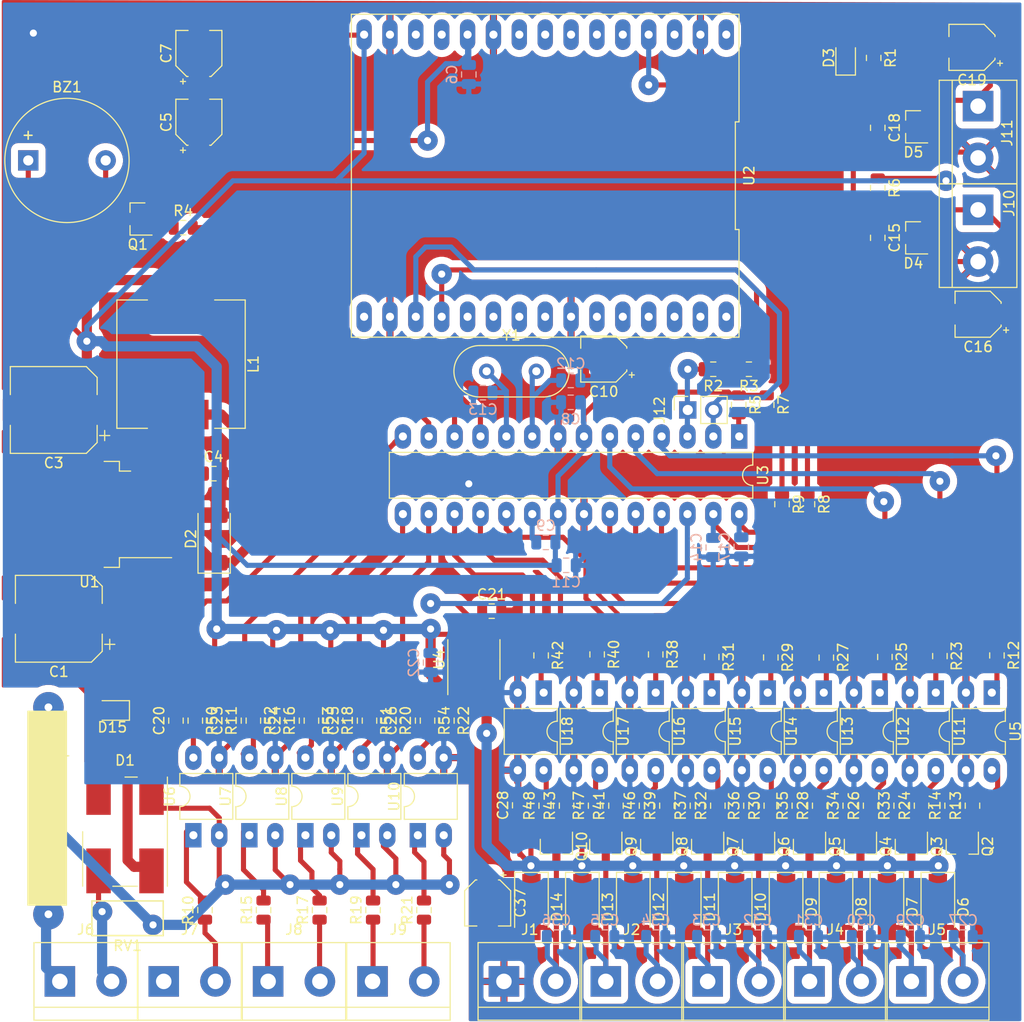
<source format=kicad_pcb>
(kicad_pcb (version 20171130) (host pcbnew "(5.1.5)-3")
  (layers (0 F.Cu signal) (31 B.Cu signal) (34 B.Paste user hide) (35 F.Paste user) (36 B.SilkS user hide) (37 F.SilkS user) (38 B.Mask user hide) (39 F.Mask user hide) (44 Edge.Cuts user))
  (net 0 "")
  (net 1 5V)
  (net 2 "Net-(BZ1-Pad2)")
  (net 3 "Net-(C1-Pad1)")
  (net 4 GND)
  (net 5 "Net-(C5-Pad1)")
  (net 6 "Net-(C9-Pad2)")
  (net 7 "Net-(C12-Pad2)")
  (net 8 "Net-(C13-Pad2)")
  (net 9 A0)
  (net 10 Temp_0)
  (net 11 A1)
  (net 12 Temp_1)
  (net 13 "Net-(C21-Pad1)")
  (net 14 24acV1_F)
  (net 15 24acV2)
  (net 16 "Net-(D2-Pad1)")
  (net 17 "Net-(D3-Pad1)")
  (net 18 "Net-(D3-Pad2)")
  (net 19 24acV1)
  (net 20 Salida_9)
  (net 21 Salida_8)
  (net 22 Salida_7)
  (net 23 Salida_5)
  (net 24 Salida_6)
  (net 25 Salida_4)
  (net 26 Salida_3)
  (net 27 Salida_1)
  (net 28 Salida_2)
  (net 29 Entrada_1)
  (net 30 Entrada_2)
  (net 31 Entrada_3)
  (net 32 Entrada_5)
  (net 33 Entrada_4)
  (net 34 "Net-(Q1-Pad1)")
  (net 35 Comun_salida_i)
  (net 36 "Net-(Q2-Pad1)")
  (net 37 "Net-(Q3-Pad1)")
  (net 38 "Net-(Q4-Pad1)")
  (net 39 "Net-(Q5-Pad1)")
  (net 40 "Net-(Q6-Pad1)")
  (net 41 "Net-(Q7-Pad1)")
  (net 42 "Net-(Q8-Pad1)")
  (net 43 "Net-(Q9-Pad1)")
  (net 44 "Net-(Q10-Pad1)")
  (net 45 "Net-(R2-Pad1)")
  (net 46 Rx_ESP_5V)
  (net 47 "Net-(R4-Pad2)")
  (net 48 "Net-(R5-Pad2)")
  (net 49 E1)
  (net 50 S1)
  (net 51 "Net-(R12-Pad2)")
  (net 52 "Net-(R13-Pad2)")
  (net 53 "Net-(R23-Pad2)")
  (net 54 "Net-(R24-Pad2)")
  (net 55 "Net-(R25-Pad2)")
  (net 56 "Net-(R26-Pad2)")
  (net 57 "Net-(R27-Pad2)")
  (net 58 "Net-(R28-Pad2)")
  (net 59 "Net-(R29-Pad2)")
  (net 60 "Net-(R30-Pad2)")
  (net 61 "Net-(R31-Pad2)")
  (net 62 "Net-(R32-Pad2)")
  (net 63 "Net-(R38-Pad2)")
  (net 64 "Net-(R39-Pad2)")
  (net 65 "Net-(R40-Pad2)")
  (net 66 "Net-(R41-Pad2)")
  (net 67 "Net-(R42-Pad2)")
  (net 68 "Net-(R43-Pad2)")
  (net 69 S8)
  (net 70 Tx_ESP)
  (net 71 S9)
  (net 72 E3)
  (net 73 S2)
  (net 74 E4)
  (net 75 S3)
  (net 76 S4)
  (net 77 Corriente)
  (net 78 S5)
  (net 79 S6)
  (net 80 S7)
  (net 81 E2)
  (net 82 E5)
  (net 83 "Net-(R10-Pad2)")
  (net 84 "Net-(R11-Pad2)")
  (net 85 "Net-(R15-Pad2)")
  (net 86 "Net-(R16-Pad2)")
  (net 87 "Net-(R17-Pad2)")
  (net 88 "Net-(R18-Pad2)")
  (net 89 "Net-(R19-Pad2)")
  (net 90 "Net-(R20-Pad2)")
  (net 91 "Net-(R21-Pad2)")
  (net 92 "Net-(R22-Pad2)")
  (net 93 "Net-(U2-Pad1)")
  (net 94 "Net-(U2-Pad3)")
  (net 95 "Net-(U2-Pad5)")
  (net 96 "Net-(U2-Pad6)")
  (net 97 "Net-(U2-Pad7)")
  (net 98 "Net-(U2-Pad8)")
  (net 99 "Net-(U2-Pad9)")
  (net 100 "Net-(U2-Pad30)")
  (net 101 "Net-(U2-Pad29)")
  (net 102 "Net-(U2-Pad12)")
  (net 103 "Net-(U2-Pad28)")
  (net 104 "Net-(U2-Pad13)")
  (net 105 "Net-(U2-Pad27)")
  (net 106 "Net-(U2-Pad25)")
  (net 107 "Net-(U2-Pad16)")
  (net 108 "Net-(U2-Pad23)")
  (net 109 "Net-(U2-Pad22)")
  (net 110 "Net-(U2-Pad20)")
  (net 111 "Net-(U2-Pad26)")
  (net 112 "Net-(J7-Pad1)")
  (net 113 "Net-(U2-Pad21)")
  (module Package_SO:SOIC-8_3.9x4.9mm_P1.27mm (layer F.Cu) (at 96.25 114.5 90)
    (fp_text reference U4 (at 0 -3.4 90) (layer F.SilkS))
    (fp_text value ACS712xLCTR-05B)
    (pad 1 smd roundrect (at -2.475 -1.905 90) (size 1.95 0.6) (layers F.Cu F.Paste F.Mask) (net 1 5V))
    (pad 2 smd roundrect (at -2.475 -0.635 90) (size 1.95 0.6) (layers F.Cu F.Paste F.Mask) (net 1 5V))
    (pad 3 smd roundrect (at -2.475 0.635 90) (size 1.95 0.6) (layers F.Cu F.Paste F.Mask) (net 35 Comun_salida_i))
    (pad 4 smd roundrect (at -2.475 1.905 90) (size 1.95 0.6) (layers F.Cu F.Paste F.Mask) (net 35 Comun_salida_i))
    (pad 5 smd roundrect (at 2.475 1.905 90) (size 1.95 0.6) (layers F.Cu F.Paste F.Mask) (net 4 GND))
    (pad 6 smd roundrect (at 2.475 0.635 90) (size 1.95 0.6) (layers F.Cu F.Paste F.Mask) (net 13 "Net-(C21-Pad1)"))
    (pad 7 smd roundrect (at 2.475 -0.635 90) (size 1.95 0.6) (layers F.Cu F.Paste F.Mask) (net 77 Corriente))
    (pad 8 smd roundrect (at 2.475 -1.905 90) (size 1.95 0.6) (layers F.Cu F.Paste F.Mask) (net 1 5V))
  )
  (module node:DIP-30_1090_ELL (layer F.Cu) (at 103.25 67 180)
    (fp_text reference U2 (at -20.03 0 90) (layer F.SilkS))
    (fp_text value NodeMCU)
    (pad 30 thru_hole oval (at -17.78 -13.85 180) (size 1.5 3) (drill 0.8) (layers *.Cu *.Mask) (net 100 "Net-(U2-Pad30)"))
    (pad 1 thru_hole oval (at -17.78 13.85 180) (size 1.5 3) (drill 0.8) (layers *.Cu *.Mask) (net 93 "Net-(U2-Pad1)"))
    (pad 29 thru_hole oval (at -15.24 -13.85 180) (size 1.5 3) (drill 0.8) (layers *.Cu *.Mask) (net 101 "Net-(U2-Pad29)"))
    (pad 2 thru_hole oval (at -15.24 13.85 180) (size 1.5 3) (drill 0.8) (layers *.Cu *.Mask) (net 4 GND))
    (pad 28 thru_hole oval (at -12.7 -13.85 180) (size 1.5 3) (drill 0.8) (layers *.Cu *.Mask) (net 103 "Net-(U2-Pad28)"))
    (pad 3 thru_hole oval (at -12.7 13.85 180) (size 1.5 3) (drill 0.8) (layers *.Cu *.Mask) (net 94 "Net-(U2-Pad3)"))
    (pad 27 thru_hole oval (at -10.16 -13.85 180) (size 1.5 3) (drill 0.8) (layers *.Cu *.Mask) (net 105 "Net-(U2-Pad27)"))
    (pad 4 thru_hole oval (at -10.16 13.85 180) (size 1.5 3) (drill 0.8) (layers *.Cu *.Mask) (net 18 "Net-(D3-Pad2)"))
    (pad 26 thru_hole oval (at -7.62 -13.85 180) (size 1.5 3) (drill 0.8) (layers *.Cu *.Mask) (net 111 "Net-(U2-Pad26)"))
    (pad 5 thru_hole oval (at -7.62 13.85 180) (size 1.5 3) (drill 0.8) (layers *.Cu *.Mask) (net 95 "Net-(U2-Pad5)"))
    (pad 25 thru_hole oval (at -5.08 -13.85 180) (size 1.5 3) (drill 0.8) (layers *.Cu *.Mask) (net 106 "Net-(U2-Pad25)"))
    (pad 6 thru_hole oval (at -5.08 13.85 180) (size 1.5 3) (drill 0.8) (layers *.Cu *.Mask) (net 96 "Net-(U2-Pad6)"))
    (pad 24 thru_hole oval (at -2.54 -13.85 180) (size 1.5 3) (drill 0.8) (layers *.Cu *.Mask) (net 4 GND))
    (pad 7 thru_hole oval (at -2.54 13.85 180) (size 1.5 3) (drill 0.8) (layers *.Cu *.Mask) (net 97 "Net-(U2-Pad7)"))
    (pad 23 thru_hole oval (at 0 -13.85 180) (size 1.5 3) (drill 0.8) (layers *.Cu *.Mask) (net 108 "Net-(U2-Pad23)"))
    (pad 8 thru_hole oval (at 0 13.85 180) (size 1.5 3) (drill 0.8) (layers *.Cu *.Mask) (net 98 "Net-(U2-Pad8)"))
    (pad 22 thru_hole oval (at 2.54 -13.85 180) (size 1.5 3) (drill 0.8) (layers *.Cu *.Mask) (net 109 "Net-(U2-Pad22)"))
    (pad 9 thru_hole oval (at 2.54 13.85 180) (size 1.5 3) (drill 0.8) (layers *.Cu *.Mask) (net 99 "Net-(U2-Pad9)"))
    (pad 21 thru_hole oval (at 5.08 -13.85 180) (size 1.5 3) (drill 0.8) (layers *.Cu *.Mask) (net 113 "Net-(U2-Pad21)"))
    (pad 10 thru_hole oval (at 5.08 13.85 180) (size 1.5 3) (drill 0.8) (layers *.Cu *.Mask) (net 4 GND))
    (pad 20 thru_hole oval (at 7.62 -13.85 180) (size 1.5 3) (drill 0.8) (layers *.Cu *.Mask) (net 110 "Net-(U2-Pad20)"))
    (pad 11 thru_hole oval (at 7.62 13.85 180) (size 1.5 3) (drill 0.8) (layers *.Cu *.Mask) (net 5 "Net-(C5-Pad1)"))
    (pad 19 thru_hole oval (at 10.16 -13.85 180) (size 1.5 3) (drill 0.8) (layers *.Cu *.Mask) (net 45 "Net-(R2-Pad1)"))
    (pad 12 thru_hole oval (at 10.16 13.85 180) (size 1.5 3) (drill 0.8) (layers *.Cu *.Mask) (net 102 "Net-(U2-Pad12)"))
    (pad 18 thru_hole oval (at 12.7 -13.85 180) (size 1.5 3) (drill 0.8) (layers *.Cu *.Mask) (net 70 Tx_ESP))
    (pad 13 thru_hole oval (at 12.7 13.85 180) (size 1.5 3) (drill 0.8) (layers *.Cu *.Mask) (net 104 "Net-(U2-Pad13)"))
    (pad 17 thru_hole oval (at 15.24 -13.85 180) (size 1.5 3) (drill 0.8) (layers *.Cu *.Mask) (net 4 GND))
    (pad 14 thru_hole oval (at 15.24 13.85 180) (size 1.5 3) (drill 0.8) (layers *.Cu *.Mask) (net 4 GND))
    (pad 16 thru_hole oval (at 17.78 -13.85 180) (size 1.5 3) (drill 0.8) (layers *.Cu *.Mask) (net 107 "Net-(U2-Pad16)"))
    (pad 15 thru_hole oval (at 17.78 13.85 180) (size 1.5 3) (drill 0.8) (layers *.Cu *.Mask) (net 1 5V))
  )
  (module TerminalBlock:TerminalBlock_bornier-2_P5.08mm (layer F.Cu) (at 139.2 146.1)
    (fp_text reference J5 (at 2.54 -5.08) (layer F.SilkS))
    (fp_text value Conn_01x02_Male)
    (pad 2 thru_hole circle (at 5.08 0) (size 3 3) (drill 1.52) (layers *.Cu *.Mask) (net 27 Salida_1))
    (pad 1 thru_hole rect (at 0 0) (size 3 3) (drill 1.52) (layers *.Cu *.Mask) (net 28 Salida_2))
  )
  (module Capacitor_SMD:C_0805_2012Metric (layer B.Cu) (at 144.2875 141.75 180)
    (fp_text reference C27 (at 0 1.65 180) (layer B.SilkS) (effects (justify mirror)))
    (fp_text value 10n)
    (pad 1 smd roundrect (at -0.9375 0 180) (size 0.975 1.4) (layers B.Cu B.Paste B.Mask) (net 4 GND))
    (pad 2 smd roundrect (at 0.9375 0 180) (size 0.975 1.4) (layers B.Cu B.Paste B.Mask) (net 27 Salida_1))
  )
  (module Resistor_SMD:R_0805_2012Metric (layer F.Cu) (at 67.7125 72.1)
    (fp_text reference R4 (at 0 -1.65) (layer F.SilkS))
    (fp_text value 10k)
    (pad 2 smd roundrect (at 0.9375 0) (size 0.975 1.4) (layers F.Cu F.Paste F.Mask) (net 47 "Net-(R4-Pad2)"))
    (pad 1 smd roundrect (at -0.9375 0) (size 0.975 1.4) (layers F.Cu F.Paste F.Mask) (net 34 "Net-(Q1-Pad1)"))
  )
  (module TerminalBlock:TerminalBlock_bornier-2_P5.08mm (layer F.Cu) (at 55.6 146.1)
    (fp_text reference J6 (at 2.54 -5.08) (layer F.SilkS))
    (fp_text value Conn_01x02_Male)
    (pad 1 thru_hole rect (at 0 0) (size 3 3) (drill 1.52) (layers *.Cu *.Mask) (net 19 24acV1))
    (pad 2 thru_hole circle (at 5.08 0) (size 3 3) (drill 1.52) (layers *.Cu *.Mask) (net 15 24acV2))
  )
  (module TerminalBlock:TerminalBlock_bornier-2_P5.08mm (layer F.Cu) (at 99.2 146.1)
    (fp_text reference J1 (at 2.54 -5.08) (layer F.SilkS))
    (fp_text value Conn_01x02_Male)
    (pad 2 thru_hole circle (at 5.08 0) (size 3 3) (drill 1.52) (layers *.Cu *.Mask) (net 20 Salida_9))
    (pad 1 thru_hole rect (at 0 0) (size 3 3) (drill 1.52) (layers *.Cu *.Mask) (net 4 GND))
  )
  (module TerminalBlock:TerminalBlock_bornier-2_P5.08mm (layer F.Cu) (at 109.2 146.1)
    (fp_text reference J2 (at 2.54 -5.08) (layer F.SilkS))
    (fp_text value Conn_01x02_Male)
    (pad 1 thru_hole rect (at 0 0) (size 3 3) (drill 1.52) (layers *.Cu *.Mask) (net 21 Salida_8))
    (pad 2 thru_hole circle (at 5.08 0) (size 3 3) (drill 1.52) (layers *.Cu *.Mask) (net 22 Salida_7))
  )
  (module TerminalBlock:TerminalBlock_bornier-2_P5.08mm (layer F.Cu) (at 119.2 146.1)
    (fp_text reference J3 (at 2.54 -5.08) (layer F.SilkS))
    (fp_text value Conn_01x02_Male)
    (pad 2 thru_hole circle (at 5.08 0) (size 3 3) (drill 1.52) (layers *.Cu *.Mask) (net 23 Salida_5))
    (pad 1 thru_hole rect (at 0 0) (size 3 3) (drill 1.52) (layers *.Cu *.Mask) (net 24 Salida_6))
  )
  (module TerminalBlock:TerminalBlock_bornier-2_P5.08mm (layer F.Cu) (at 129.2 146.1)
    (fp_text reference J4 (at 2.54 -5.08) (layer F.SilkS))
    (fp_text value Conn_01x02_Male)
    (pad 1 thru_hole rect (at 0 0) (size 3 3) (drill 1.52) (layers *.Cu *.Mask) (net 25 Salida_4))
    (pad 2 thru_hole circle (at 5.08 0) (size 3 3) (drill 1.52) (layers *.Cu *.Mask) (net 26 Salida_3))
  )
  (module Package_TO_SOT_SMD:SOT-23 (layer F.Cu) (at 104.35 132.85 270)
    (fp_text reference Q10 (at 0 -2.5 90) (layer F.SilkS))
    (fp_text value MMBT3906)
    (pad 1 smd rect (at -1 -0.95 270) (size 0.9 0.8) (layers F.Cu F.Paste F.Mask) (net 44 "Net-(Q10-Pad1)"))
    (pad 2 smd rect (at -1 0.95 270) (size 0.9 0.8) (layers F.Cu F.Paste F.Mask) (net 35 Comun_salida_i))
    (pad 3 smd rect (at 1 0 270) (size 0.9 0.8) (layers F.Cu F.Paste F.Mask) (net 20 Salida_9))
  )
  (module Resistor_SMD:R_0805_2012Metric (layer F.Cu) (at 102.85 114.1 270)
    (fp_text reference R42 (at 0 -1.65 90) (layer F.SilkS))
    (fp_text value 740)
    (pad 2 smd roundrect (at 0.9375 0 270) (size 0.975 1.4) (layers F.Cu F.Paste F.Mask) (net 67 "Net-(R42-Pad2)"))
    (pad 1 smd roundrect (at -0.9375 0 270) (size 0.975 1.4) (layers F.Cu F.Paste F.Mask) (net 71 S9))
  )
  (module Resistor_SMD:R_0805_2012Metric (layer F.Cu) (at 105.35 128.85 90)
    (fp_text reference R43 (at 0 -1.65 90) (layer F.SilkS))
    (fp_text value 1k)
    (pad 1 smd roundrect (at -0.9375 0 90) (size 0.975 1.4) (layers F.Cu F.Paste F.Mask) (net 44 "Net-(Q10-Pad1)"))
    (pad 2 smd roundrect (at 0.9375 0 90) (size 0.975 1.4) (layers F.Cu F.Paste F.Mask) (net 68 "Net-(R43-Pad2)"))
  )
  (module Resistor_SMD:R_0805_2012Metric (layer F.Cu) (at 103.35 128.85 90)
    (fp_text reference R48 (at 0 -1.65 90) (layer F.SilkS))
    (fp_text value 1k)
    (pad 1 smd roundrect (at -0.9375 0 90) (size 0.975 1.4) (layers F.Cu F.Paste F.Mask) (net 35 Comun_salida_i))
    (pad 2 smd roundrect (at 0.9375 0 90) (size 0.975 1.4) (layers F.Cu F.Paste F.Mask) (net 68 "Net-(R43-Pad2)"))
  )
  (module TerminalBlock:TerminalBlock_bornier-2_P5.08mm (layer F.Cu) (at 65.8 146.1)
    (fp_text reference J7 (at 2.54 -5.08) (layer F.SilkS))
    (fp_text value Conn_01x02_Male)
    (pad 1 thru_hole rect (at 0 0) (size 3 3) (drill 1.52) (layers *.Cu *.Mask) (net 112 "Net-(J7-Pad1)"))
    (pad 2 thru_hole circle (at 5.08 0) (size 3 3) (drill 1.52) (layers *.Cu *.Mask) (net 29 Entrada_1))
  )
  (module TerminalBlock:TerminalBlock_bornier-2_P5.08mm (layer F.Cu) (at 76.05 146.1)
    (fp_text reference J8 (at 2.54 -5.08) (layer F.SilkS))
    (fp_text value Conn_01x02_Male)
    (pad 1 thru_hole rect (at 0 0) (size 3 3) (drill 1.52) (layers *.Cu *.Mask) (net 30 Entrada_2))
    (pad 2 thru_hole circle (at 5.08 0) (size 3 3) (drill 1.52) (layers *.Cu *.Mask) (net 31 Entrada_3))
  )
  (module TerminalBlock:TerminalBlock_bornier-2_P5.08mm (layer F.Cu) (at 86.3 146.1)
    (fp_text reference J9 (at 2.54 -5.08) (layer F.SilkS))
    (fp_text value Conn_01x02_Male)
    (pad 2 thru_hole circle (at 5.08 0) (size 3 3) (drill 1.52) (layers *.Cu *.Mask) (net 32 Entrada_5))
    (pad 1 thru_hole rect (at 0 0) (size 3 3) (drill 1.52) (layers *.Cu *.Mask) (net 33 Entrada_4))
  )
  (module Package_TO_SOT_SMD:SOT-23 (layer F.Cu) (at 144.2 132.85 270)
    (fp_text reference Q2 (at 0 -2.5 90) (layer F.SilkS))
    (fp_text value MMBT3906)
    (pad 3 smd rect (at 1 0 270) (size 0.9 0.8) (layers F.Cu F.Paste F.Mask) (net 27 Salida_1))
    (pad 2 smd rect (at -1 0.95 270) (size 0.9 0.8) (layers F.Cu F.Paste F.Mask) (net 35 Comun_salida_i))
    (pad 1 smd rect (at -1 -0.95 270) (size 0.9 0.8) (layers F.Cu F.Paste F.Mask) (net 36 "Net-(Q2-Pad1)"))
  )
  (module Package_TO_SOT_SMD:SOT-23 (layer F.Cu) (at 139.2 132.85 270)
    (fp_text reference Q3 (at 0 -2.5 90) (layer F.SilkS))
    (fp_text value MMBT3906)
    (pad 1 smd rect (at -1 -0.95 270) (size 0.9 0.8) (layers F.Cu F.Paste F.Mask) (net 37 "Net-(Q3-Pad1)"))
    (pad 2 smd rect (at -1 0.95 270) (size 0.9 0.8) (layers F.Cu F.Paste F.Mask) (net 35 Comun_salida_i))
    (pad 3 smd rect (at 1 0 270) (size 0.9 0.8) (layers F.Cu F.Paste F.Mask) (net 28 Salida_2))
  )
  (module Package_TO_SOT_SMD:SOT-23 (layer F.Cu) (at 134.2 132.85 270)
    (fp_text reference Q4 (at 0 -2.5 90) (layer F.SilkS))
    (fp_text value MMBT3906)
    (pad 1 smd rect (at -1 -0.95 270) (size 0.9 0.8) (layers F.Cu F.Paste F.Mask) (net 38 "Net-(Q4-Pad1)"))
    (pad 2 smd rect (at -1 0.95 270) (size 0.9 0.8) (layers F.Cu F.Paste F.Mask) (net 35 Comun_salida_i))
    (pad 3 smd rect (at 1 0 270) (size 0.9 0.8) (layers F.Cu F.Paste F.Mask) (net 26 Salida_3))
  )
  (module Package_TO_SOT_SMD:SOT-23 (layer F.Cu) (at 129.2 132.85 270)
    (fp_text reference Q5 (at 0 -2.5 90) (layer F.SilkS))
    (fp_text value MMBT3906)
    (pad 3 smd rect (at 1 0 270) (size 0.9 0.8) (layers F.Cu F.Paste F.Mask) (net 25 Salida_4))
    (pad 2 smd rect (at -1 0.95 270) (size 0.9 0.8) (layers F.Cu F.Paste F.Mask) (net 35 Comun_salida_i))
    (pad 1 smd rect (at -1 -0.95 270) (size 0.9 0.8) (layers F.Cu F.Paste F.Mask) (net 39 "Net-(Q5-Pad1)"))
  )
  (module Package_TO_SOT_SMD:SOT-23 (layer F.Cu) (at 124.2 132.85 270)
    (fp_text reference Q6 (at 0 -2.5 90) (layer F.SilkS))
    (fp_text value MMBT3906)
    (pad 3 smd rect (at 1 0 270) (size 0.9 0.8) (layers F.Cu F.Paste F.Mask) (net 23 Salida_5))
    (pad 2 smd rect (at -1 0.95 270) (size 0.9 0.8) (layers F.Cu F.Paste F.Mask) (net 35 Comun_salida_i))
    (pad 1 smd rect (at -1 -0.95 270) (size 0.9 0.8) (layers F.Cu F.Paste F.Mask) (net 40 "Net-(Q6-Pad1)"))
  )
  (module Package_TO_SOT_SMD:SOT-23 (layer F.Cu) (at 119.2 132.85 270)
    (fp_text reference Q7 (at 0 -2.5 90) (layer F.SilkS))
    (fp_text value MMBT3906)
    (pad 1 smd rect (at -1 -0.95 270) (size 0.9 0.8) (layers F.Cu F.Paste F.Mask) (net 41 "Net-(Q7-Pad1)"))
    (pad 2 smd rect (at -1 0.95 270) (size 0.9 0.8) (layers F.Cu F.Paste F.Mask) (net 35 Comun_salida_i))
    (pad 3 smd rect (at 1 0 270) (size 0.9 0.8) (layers F.Cu F.Paste F.Mask) (net 24 Salida_6))
  )
  (module Package_TO_SOT_SMD:SOT-23 (layer F.Cu) (at 114.2 132.85 270)
    (fp_text reference Q8 (at 0 -2.5 90) (layer F.SilkS))
    (fp_text value MMBT3906)
    (pad 1 smd rect (at -1 -0.95 270) (size 0.9 0.8) (layers F.Cu F.Paste F.Mask) (net 42 "Net-(Q8-Pad1)"))
    (pad 2 smd rect (at -1 0.95 270) (size 0.9 0.8) (layers F.Cu F.Paste F.Mask) (net 35 Comun_salida_i))
    (pad 3 smd rect (at 1 0 270) (size 0.9 0.8) (layers F.Cu F.Paste F.Mask) (net 22 Salida_7))
  )
  (module Package_TO_SOT_SMD:SOT-23 (layer F.Cu) (at 109.2 132.85 270)
    (fp_text reference Q9 (at 0 -2.5 90) (layer F.SilkS))
    (fp_text value MMBT3906)
    (pad 3 smd rect (at 1 0 270) (size 0.9 0.8) (layers F.Cu F.Paste F.Mask) (net 21 Salida_8))
    (pad 2 smd rect (at -1 0.95 270) (size 0.9 0.8) (layers F.Cu F.Paste F.Mask) (net 35 Comun_salida_i))
    (pad 1 smd rect (at -1 -0.95 270) (size 0.9 0.8) (layers F.Cu F.Paste F.Mask) (net 43 "Net-(Q9-Pad1)"))
  )
  (module Resistor_SMD:R_0805_2012Metric (layer F.Cu) (at 69.85 139.1 90)
    (fp_text reference R10 (at 0 -1.65 90) (layer F.SilkS))
    (fp_text value 1k8)
    (pad 1 smd roundrect (at -0.9375 0 90) (size 0.975 1.4) (layers F.Cu F.Paste F.Mask) (net 29 Entrada_1))
    (pad 2 smd roundrect (at 0.9375 0 90) (size 0.975 1.4) (layers F.Cu F.Paste F.Mask) (net 83 "Net-(R10-Pad2)"))
  )
  (module Resistor_SMD:R_0805_2012Metric (layer F.Cu) (at 145.2 128.85 90)
    (fp_text reference R13 (at 0 -1.65 90) (layer F.SilkS))
    (fp_text value 1k)
    (pad 2 smd roundrect (at 0.9375 0 90) (size 0.975 1.4) (layers F.Cu F.Paste F.Mask) (net 52 "Net-(R13-Pad2)"))
    (pad 1 smd roundrect (at -0.9375 0 90) (size 0.975 1.4) (layers F.Cu F.Paste F.Mask) (net 36 "Net-(Q2-Pad1)"))
  )
  (module Resistor_SMD:R_0805_2012Metric (layer F.Cu) (at 143.2 128.85 90)
    (fp_text reference R14 (at 0 -1.65 90) (layer F.SilkS))
    (fp_text value 1k)
    (pad 1 smd roundrect (at -0.9375 0 90) (size 0.975 1.4) (layers F.Cu F.Paste F.Mask) (net 35 Comun_salida_i))
    (pad 2 smd roundrect (at 0.9375 0 90) (size 0.975 1.4) (layers F.Cu F.Paste F.Mask) (net 52 "Net-(R13-Pad2)"))
  )
  (module Resistor_SMD:R_0805_2012Metric (layer F.Cu) (at 93.6 120.5 270)
    (fp_text reference R22 (at 0 -1.65 90) (layer F.SilkS))
    (fp_text value 10k)
    (pad 2 smd roundrect (at 0.9375 0 270) (size 0.975 1.4) (layers F.Cu F.Paste F.Mask) (net 92 "Net-(R22-Pad2)"))
    (pad 1 smd roundrect (at -0.9375 0 270) (size 0.975 1.4) (layers F.Cu F.Paste F.Mask) (net 1 5V))
  )
  (module Resistor_SMD:R_0805_2012Metric (layer F.Cu) (at 140.2 128.85 90)
    (fp_text reference R24 (at 0 -1.65 90) (layer F.SilkS))
    (fp_text value 1k)
    (pad 1 smd roundrect (at -0.9375 0 90) (size 0.975 1.4) (layers F.Cu F.Paste F.Mask) (net 37 "Net-(Q3-Pad1)"))
    (pad 2 smd roundrect (at 0.9375 0 90) (size 0.975 1.4) (layers F.Cu F.Paste F.Mask) (net 54 "Net-(R24-Pad2)"))
  )
  (module Resistor_SMD:R_0805_2012Metric (layer F.Cu) (at 135.2 128.85 90)
    (fp_text reference R26 (at 0 -1.65 90) (layer F.SilkS))
    (fp_text value 1k)
    (pad 1 smd roundrect (at -0.9375 0 90) (size 0.975 1.4) (layers F.Cu F.Paste F.Mask) (net 38 "Net-(Q4-Pad1)"))
    (pad 2 smd roundrect (at 0.9375 0 90) (size 0.975 1.4) (layers F.Cu F.Paste F.Mask) (net 56 "Net-(R26-Pad2)"))
  )
  (module Resistor_SMD:R_0805_2012Metric (layer F.Cu) (at 130.2 128.85 90)
    (fp_text reference R28 (at 0 -1.65 90) (layer F.SilkS))
    (fp_text value 1k)
    (pad 1 smd roundrect (at -0.9375 0 90) (size 0.975 1.4) (layers F.Cu F.Paste F.Mask) (net 39 "Net-(Q5-Pad1)"))
    (pad 2 smd roundrect (at 0.9375 0 90) (size 0.975 1.4) (layers F.Cu F.Paste F.Mask) (net 58 "Net-(R28-Pad2)"))
  )
  (module Resistor_SMD:R_0805_2012Metric (layer F.Cu) (at 125.45 128.85 90)
    (fp_text reference R30 (at 0 -1.65 90) (layer F.SilkS))
    (fp_text value 1k)
    (pad 2 smd roundrect (at 0.9375 0 90) (size 0.975 1.4) (layers F.Cu F.Paste F.Mask) (net 60 "Net-(R30-Pad2)"))
    (pad 1 smd roundrect (at -0.9375 0 90) (size 0.975 1.4) (layers F.Cu F.Paste F.Mask) (net 40 "Net-(Q6-Pad1)"))
  )
  (module Resistor_SMD:R_0805_2012Metric (layer F.Cu) (at 120.2 128.85 90)
    (fp_text reference R32 (at 0 -1.65 90) (layer F.SilkS))
    (fp_text value 1k)
    (pad 1 smd roundrect (at -0.9375 0 90) (size 0.975 1.4) (layers F.Cu F.Paste F.Mask) (net 41 "Net-(Q7-Pad1)"))
    (pad 2 smd roundrect (at 0.9375 0 90) (size 0.975 1.4) (layers F.Cu F.Paste F.Mask) (net 62 "Net-(R32-Pad2)"))
  )
  (module Resistor_SMD:R_0805_2012Metric (layer F.Cu) (at 138.2 128.85 90)
    (fp_text reference R33 (at 0 -1.65 90) (layer F.SilkS))
    (fp_text value 1k)
    (pad 2 smd roundrect (at 0.9375 0 90) (size 0.975 1.4) (layers F.Cu F.Paste F.Mask) (net 54 "Net-(R24-Pad2)"))
    (pad 1 smd roundrect (at -0.9375 0 90) (size 0.975 1.4) (layers F.Cu F.Paste F.Mask) (net 35 Comun_salida_i))
  )
  (module Resistor_SMD:R_0805_2012Metric (layer F.Cu) (at 133.2 128.85 90)
    (fp_text reference R34 (at 0 -1.65 90) (layer F.SilkS))
    (fp_text value 1k)
    (pad 2 smd roundrect (at 0.9375 0 90) (size 0.975 1.4) (layers F.Cu F.Paste F.Mask) (net 56 "Net-(R26-Pad2)"))
    (pad 1 smd roundrect (at -0.9375 0 90) (size 0.975 1.4) (layers F.Cu F.Paste F.Mask) (net 35 Comun_salida_i))
  )
  (module Resistor_SMD:R_0805_2012Metric (layer F.Cu) (at 128.2 128.85 90)
    (fp_text reference R35 (at 0 -1.65 90) (layer F.SilkS))
    (fp_text value 1k)
    (pad 1 smd roundrect (at -0.9375 0 90) (size 0.975 1.4) (layers F.Cu F.Paste F.Mask) (net 35 Comun_salida_i))
    (pad 2 smd roundrect (at 0.9375 0 90) (size 0.975 1.4) (layers F.Cu F.Paste F.Mask) (net 58 "Net-(R28-Pad2)"))
  )
  (module Resistor_SMD:R_0805_2012Metric (layer F.Cu) (at 123.45 128.85 90)
    (fp_text reference R36 (at 0 -1.65 90) (layer F.SilkS))
    (fp_text value 1k)
    (pad 2 smd roundrect (at 0.9375 0 90) (size 0.975 1.4) (layers F.Cu F.Paste F.Mask) (net 60 "Net-(R30-Pad2)"))
    (pad 1 smd roundrect (at -0.9375 0 90) (size 0.975 1.4) (layers F.Cu F.Paste F.Mask) (net 35 Comun_salida_i))
  )
  (module Resistor_SMD:R_0805_2012Metric (layer F.Cu) (at 118.2 128.85 90)
    (fp_text reference R37 (at 0 -1.65 90) (layer F.SilkS))
    (fp_text value 1k)
    (pad 2 smd roundrect (at 0.9375 0 90) (size 0.975 1.4) (layers F.Cu F.Paste F.Mask) (net 62 "Net-(R32-Pad2)"))
    (pad 1 smd roundrect (at -0.9375 0 90) (size 0.975 1.4) (layers F.Cu F.Paste F.Mask) (net 35 Comun_salida_i))
  )
  (module Resistor_SMD:R_0805_2012Metric (layer F.Cu) (at 115.2 128.85 90)
    (fp_text reference R39 (at 0 -1.65 90) (layer F.SilkS))
    (fp_text value 1k)
    (pad 2 smd roundrect (at 0.9375 0 90) (size 0.975 1.4) (layers F.Cu F.Paste F.Mask) (net 64 "Net-(R39-Pad2)"))
    (pad 1 smd roundrect (at -0.9375 0 90) (size 0.975 1.4) (layers F.Cu F.Paste F.Mask) (net 42 "Net-(Q8-Pad1)"))
  )
  (module Resistor_SMD:R_0805_2012Metric (layer F.Cu) (at 110.2 128.85 90)
    (fp_text reference R41 (at 0 -1.65 90) (layer F.SilkS))
    (fp_text value 1k)
    (pad 1 smd roundrect (at -0.9375 0 90) (size 0.975 1.4) (layers F.Cu F.Paste F.Mask) (net 43 "Net-(Q9-Pad1)"))
    (pad 2 smd roundrect (at 0.9375 0 90) (size 0.975 1.4) (layers F.Cu F.Paste F.Mask) (net 66 "Net-(R41-Pad2)"))
  )
  (module Resistor_SMD:R_0805_2012Metric (layer F.Cu) (at 113.2 128.85 90)
    (fp_text reference R46 (at 0 -1.65 90) (layer F.SilkS))
    (fp_text value 1k)
    (pad 2 smd roundrect (at 0.9375 0 90) (size 0.975 1.4) (layers F.Cu F.Paste F.Mask) (net 64 "Net-(R39-Pad2)"))
    (pad 1 smd roundrect (at -0.9375 0 90) (size 0.975 1.4) (layers F.Cu F.Paste F.Mask) (net 35 Comun_salida_i))
  )
  (module Resistor_SMD:R_0805_2012Metric (layer F.Cu) (at 108.2 128.85 90)
    (fp_text reference R47 (at 0 -1.65 90) (layer F.SilkS))
    (fp_text value 1k)
    (pad 1 smd roundrect (at -0.9375 0 90) (size 0.975 1.4) (layers F.Cu F.Paste F.Mask) (net 35 Comun_salida_i))
    (pad 2 smd roundrect (at 0.9375 0 90) (size 0.975 1.4) (layers F.Cu F.Paste F.Mask) (net 66 "Net-(R41-Pad2)"))
  )
  (module Buzzer_Beeper:Buzzer_12x9.5RM7.6 (layer F.Cu) (at 52.5 65.5)
    (fp_text reference BZ1 (at 3.8 -7.2) (layer F.SilkS))
    (fp_text value Buzzer)
    (fp_text user + (at -0.01 -2.54) (layer F.SilkS))
    (pad 1 thru_hole rect (at 0 0) (size 2 2) (drill 1) (layers *.Cu *.Mask) (net 1 5V))
    (pad 2 thru_hole circle (at 7.6 0) (size 2 2) (drill 1) (layers *.Cu *.Mask) (net 2 "Net-(BZ1-Pad2)"))
  )
  (module Capacitor_SMD:CP_Elec_8x10 (layer F.Cu) (at 55.5 110.5 180)
    (fp_text reference C1 (at 0 -5.2) (layer F.SilkS))
    (fp_text value 100u)
    (pad 1 smd roundrect (at -3.25 0 180) (size 3.5 2.5) (layers F.Cu F.Paste F.Mask) (roundrect_rratio 0.1) (net 3 "Net-(C1-Pad1)"))
    (pad 2 smd roundrect (at 3.25 0 180) (size 3.5 2.5) (layers F.Cu F.Paste F.Mask) (roundrect_rratio 0.1) (net 4 GND))
  )
  (module Capacitor_SMD:CP_Elec_8x10 (layer F.Cu) (at 55 90 180)
    (fp_text reference C3 (at 0 -5.2) (layer F.SilkS))
    (fp_text value 330uf)
    (pad 2 smd roundrect (at 3.25 0 180) (size 3.5 2.5) (layers F.Cu F.Paste F.Mask) (roundrect_rratio 0.1) (net 4 GND))
    (pad 1 smd roundrect (at -3.25 0 180) (size 3.5 2.5) (layers F.Cu F.Paste F.Mask) (roundrect_rratio 0.1) (net 1 5V))
  )
  (module Capacitor_SMD:C_0805_2012Metric (layer F.Cu) (at 70.6875 96.25)
    (fp_text reference C4 (at 0 -1.65) (layer F.SilkS))
    (fp_text value 10n)
    (pad 1 smd roundrect (at -0.9375 0) (size 0.975 1.4) (layers F.Cu F.Paste F.Mask) (net 1 5V))
    (pad 2 smd roundrect (at 0.9375 0) (size 0.975 1.4) (layers F.Cu F.Paste F.Mask) (net 4 GND))
  )
  (module Capacitor_SMD:C_0805_2012Metric (layer B.Cu) (at 95.75 57.0625 270)
    (fp_text reference C6 (at 0 1.65 90) (layer B.SilkS) (effects (justify mirror)))
    (fp_text value 100n)
    (pad 1 smd roundrect (at -0.9375 0 270) (size 0.975 1.4) (layers B.Cu B.Paste B.Mask) (net 5 "Net-(C5-Pad1)"))
    (pad 2 smd roundrect (at 0.9375 0 270) (size 0.975 1.4) (layers B.Cu B.Paste B.Mask) (net 4 GND))
  )
  (module Capacitor_SMD:C_0805_2012Metric (layer B.Cu) (at 105.75 89.25)
    (fp_text reference C8 (at 0 1.65) (layer B.SilkS) (effects (justify mirror)))
    (fp_text value 10n)
    (pad 1 smd roundrect (at -0.9375 0) (size 0.975 1.4) (layers B.Cu B.Paste B.Mask) (net 4 GND))
    (pad 2 smd roundrect (at 0.9375 0) (size 0.975 1.4) (layers B.Cu B.Paste B.Mask) (net 1 5V))
  )
  (module Capacitor_SMD:C_0805_2012Metric (layer B.Cu) (at 103.3125 103 180)
    (fp_text reference C9 (at 0 1.65) (layer B.SilkS) (effects (justify mirror)))
    (fp_text value 22n)
    (pad 1 smd roundrect (at -0.9375 0 180) (size 0.975 1.4) (layers B.Cu B.Paste B.Mask) (net 1 5V))
    (pad 2 smd roundrect (at 0.9375 0 180) (size 0.975 1.4) (layers B.Cu B.Paste B.Mask) (net 6 "Net-(C9-Pad2)"))
  )
  (module Capacitor_SMD:CP_Elec_4x5.4 (layer F.Cu) (at 109 85 180)
    (fp_text reference C10 (at 0 -3.2) (layer F.SilkS))
    (fp_text value 10u)
    (pad 2 smd roundrect (at 1.8 0 180) (size 2.6 1.6) (layers F.Cu F.Paste F.Mask) (roundrect_rratio 0.15625) (net 4 GND))
    (pad 1 smd roundrect (at -1.8 0 180) (size 2.6 1.6) (layers F.Cu F.Paste F.Mask) (roundrect_rratio 0.15625) (net 1 5V))
  )
  (module Capacitor_SMD:C_0805_2012Metric (layer B.Cu) (at 105.3125 105.25)
    (fp_text reference C11 (at 0 1.65) (layer B.SilkS) (effects (justify mirror)))
    (fp_text value 100n)
    (pad 2 smd roundrect (at 0.9375 0) (size 0.975 1.4) (layers B.Cu B.Paste B.Mask) (net 4 GND))
    (pad 1 smd roundrect (at -0.9375 0) (size 0.975 1.4) (layers B.Cu B.Paste B.Mask) (net 1 5V))
  )
  (module Capacitor_SMD:C_0805_2012Metric (layer B.Cu) (at 105.7625 87.1 180)
    (fp_text reference C12 (at 0 1.65) (layer B.SilkS) (effects (justify mirror)))
    (fp_text value 22p)
    (pad 2 smd roundrect (at 0.9375 0 180) (size 0.975 1.4) (layers B.Cu B.Paste B.Mask) (net 7 "Net-(C12-Pad2)"))
    (pad 1 smd roundrect (at -0.9375 0 180) (size 0.975 1.4) (layers B.Cu B.Paste B.Mask) (net 4 GND))
  )
  (module Capacitor_SMD:C_0805_2012Metric (layer B.Cu) (at 97.1375 88.3)
    (fp_text reference C13 (at 0 1.65) (layer B.SilkS) (effects (justify mirror)))
    (fp_text value 22p)
    (pad 2 smd roundrect (at 0.9375 0) (size 0.975 1.4) (layers B.Cu B.Paste B.Mask) (net 8 "Net-(C13-Pad2)"))
    (pad 1 smd roundrect (at -0.9375 0) (size 0.975 1.4) (layers B.Cu B.Paste B.Mask) (net 4 GND))
  )
  (module Capacitor_SMD:C_0805_2012Metric (layer B.Cu) (at 119.75 103.5 270)
    (fp_text reference C14 (at 0 1.65 270) (layer B.SilkS) (effects (justify mirror)))
    (fp_text value 100n)
    (pad 2 smd roundrect (at 0.9375 0 270) (size 0.975 1.4) (layers B.Cu B.Paste B.Mask) (net 4 GND))
    (pad 1 smd roundrect (at -0.9375 0 270) (size 0.975 1.4) (layers B.Cu B.Paste B.Mask) (net 9 A0))
  )
  (module Capacitor_SMD:C_0805_2012Metric (layer F.Cu) (at 135.9 73.1 270)
    (fp_text reference C15 (at 0 -1.65 90) (layer F.SilkS))
    (fp_text value 100n)
    (pad 1 smd roundrect (at -0.9375 0 270) (size 0.975 1.4) (layers F.Cu F.Paste F.Mask) (net 10 Temp_0))
    (pad 2 smd roundrect (at 0.9375 0 270) (size 0.975 1.4) (layers F.Cu F.Paste F.Mask) (net 4 GND))
  )
  (module Capacitor_SMD:CP_Elec_4x5.4 (layer F.Cu) (at 145.75 80.6 180)
    (fp_text reference C16 (at 0 -3.2) (layer F.SilkS))
    (fp_text value 1u)
    (pad 2 smd roundrect (at 1.8 0 180) (size 2.6 1.6) (layers F.Cu F.Paste F.Mask) (roundrect_rratio 0.15625) (net 4 GND))
    (pad 1 smd roundrect (at -1.8 0 180) (size 2.6 1.6) (layers F.Cu F.Paste F.Mask) (roundrect_rratio 0.15625) (net 10 Temp_0))
  )
  (module Capacitor_SMD:C_0805_2012Metric (layer B.Cu) (at 122.5 103.4375 270)
    (fp_text reference C17 (at 0 1.65 270) (layer B.SilkS) (effects (justify mirror)))
    (fp_text value 100n)
    (pad 2 smd roundrect (at 0.9375 0 270) (size 0.975 1.4) (layers B.Cu B.Paste B.Mask) (net 4 GND))
    (pad 1 smd roundrect (at -0.9375 0 270) (size 0.975 1.4) (layers B.Cu B.Paste B.Mask) (net 11 A1))
  )
  (module Capacitor_SMD:C_0805_2012Metric (layer F.Cu) (at 135.9 62.3 270)
    (fp_text reference C18 (at 0 -1.65 90) (layer F.SilkS))
    (fp_text value 100n)
    (pad 2 smd roundrect (at 0.9375 0 270) (size 0.975 1.4) (layers F.Cu F.Paste F.Mask) (net 4 GND))
    (pad 1 smd roundrect (at -0.9375 0 270) (size 0.975 1.4) (layers F.Cu F.Paste F.Mask) (net 12 Temp_1))
  )
  (module Capacitor_SMD:CP_Elec_4x5.4 (layer F.Cu) (at 145.15 54.4 180)
    (fp_text reference C19 (at 0 -3.2) (layer F.SilkS))
    (fp_text value 1u)
    (pad 1 smd roundrect (at -1.8 0 180) (size 2.6 1.6) (layers F.Cu F.Paste F.Mask) (roundrect_rratio 0.15625) (net 12 Temp_1))
    (pad 2 smd roundrect (at 1.8 0 180) (size 2.6 1.6) (layers F.Cu F.Paste F.Mask) (roundrect_rratio 0.15625) (net 4 GND))
  )
  (module Capacitor_SMD:C_0805_2012Metric (layer F.Cu) (at 98 109.75)
    (fp_text reference C21 (at 0 -1.65) (layer F.SilkS))
    (fp_text value 1n)
    (pad 2 smd roundrect (at 0.9375 0) (size 0.975 1.4) (layers F.Cu F.Paste F.Mask) (net 4 GND))
    (pad 1 smd roundrect (at -0.9375 0) (size 0.975 1.4) (layers F.Cu F.Paste F.Mask) (net 13 "Net-(C21-Pad1)"))
  )
  (module Capacitor_SMD:C_0805_2012Metric (layer B.Cu) (at 92 114.8 270)
    (fp_text reference C22 (at 0 1.65 90) (layer B.SilkS) (effects (justify mirror)))
    (fp_text value 100n)
    (pad 1 smd roundrect (at -0.9375 0 270) (size 0.975 1.4) (layers B.Cu B.Paste B.Mask) (net 1 5V))
    (pad 2 smd roundrect (at 0.9375 0 270) (size 0.975 1.4) (layers B.Cu B.Paste B.Mask) (net 4 GND))
  )
  (module Diode_SMD:D_0805_2012Metric (layer F.Cu) (at 132.75 55.4375 90)
    (fp_text reference D3 (at 0 -1.65 90) (layer F.SilkS))
    (fp_text value LED)
    (pad 2 smd roundrect (at 0.9375 0 90) (size 0.975 1.4) (layers F.Cu F.Paste F.Mask) (net 18 "Net-(D3-Pad2)"))
    (pad 1 smd roundrect (at -0.9375 0 90) (size 0.975 1.4) (layers F.Cu F.Paste F.Mask) (net 17 "Net-(D3-Pad1)"))
  )
  (module TerminalBlock:TerminalBlock_bornier-2_P5.08mm (layer F.Cu) (at 145.75 70.35 270)
    (fp_text reference J10 (at -0.65 -3.05 90) (layer F.SilkS))
    (fp_text value Conn_01x02_Male)
    (pad 1 thru_hole rect (at 0 0 270) (size 3 3) (drill 1.52) (layers *.Cu *.Mask) (net 10 Temp_0))
    (pad 2 thru_hole circle (at 5.08 0 270) (size 3 3) (drill 1.52) (layers *.Cu *.Mask) (net 4 GND))
  )
  (module TerminalBlock:TerminalBlock_bornier-2_P5.08mm (layer F.Cu) (at 145.75 60.17 270)
    (fp_text reference J11 (at 2.63 -2.85 90) (layer F.SilkS))
    (fp_text value Conn_01x02_Male)
    (pad 2 thru_hole circle (at 5.08 0 270) (size 3 3) (drill 1.52) (layers *.Cu *.Mask) (net 4 GND))
    (pad 1 thru_hole rect (at 0 0 270) (size 3 3) (drill 1.52) (layers *.Cu *.Mask) (net 12 Temp_1))
  )
  (module Package_TO_SOT_SMD:SOT-23 (layer F.Cu) (at 63.25 71.25 180)
    (fp_text reference Q1 (at 0 -2.5) (layer F.SilkS))
    (fp_text value BC848)
    (pad 1 smd rect (at -1 -0.95 180) (size 0.9 0.8) (layers F.Cu F.Paste F.Mask) (net 34 "Net-(Q1-Pad1)"))
    (pad 2 smd rect (at -1 0.95 180) (size 0.9 0.8) (layers F.Cu F.Paste F.Mask) (net 4 GND))
    (pad 3 smd rect (at 1 0 180) (size 0.9 0.8) (layers F.Cu F.Paste F.Mask) (net 2 "Net-(BZ1-Pad2)"))
  )
  (module Resistor_SMD:R_0805_2012Metric (layer F.Cu) (at 135.5 55.4375 270)
    (fp_text reference R1 (at 0 -1.65 90) (layer F.SilkS))
    (fp_text value 1k)
    (pad 2 smd roundrect (at 0.9375 0 270) (size 0.975 1.4) (layers F.Cu F.Paste F.Mask) (net 17 "Net-(D3-Pad1)"))
    (pad 1 smd roundrect (at -0.9375 0 270) (size 0.975 1.4) (layers F.Cu F.Paste F.Mask) (net 4 GND))
  )
  (module Resistor_SMD:R_0805_2012Metric (layer F.Cu) (at 119.75 86 180)
    (fp_text reference R2 (at 0 -1.65) (layer F.SilkS))
    (fp_text value 1k8)
    (pad 2 smd roundrect (at 0.9375 0 180) (size 0.975 1.4) (layers F.Cu F.Paste F.Mask) (net 46 Rx_ESP_5V))
    (pad 1 smd roundrect (at -0.9375 0 180) (size 0.975 1.4) (layers F.Cu F.Paste F.Mask) (net 45 "Net-(R2-Pad1)"))
  )
  (module Resistor_SMD:R_0805_2012Metric (layer F.Cu) (at 123.25 86 180)
    (fp_text reference R3 (at 0 -1.65) (layer F.SilkS))
    (fp_text value 3k3)
    (pad 2 smd roundrect (at 0.9375 0 180) (size 0.975 1.4) (layers F.Cu F.Paste F.Mask) (net 45 "Net-(R2-Pad1)"))
    (pad 1 smd roundrect (at -0.9375 0 180) (size 0.975 1.4) (layers F.Cu F.Paste F.Mask) (net 4 GND))
  )
  (module Resistor_SMD:R_0805_2012Metric (layer F.Cu) (at 122.25 89.5 270)
    (fp_text reference R5 (at 0 -1.65 90) (layer F.SilkS))
    (fp_text value 10k)
    (pad 1 smd roundrect (at -0.9375 0 270) (size 0.975 1.4) (layers F.Cu F.Paste F.Mask) (net 1 5V))
    (pad 2 smd roundrect (at 0.9375 0 270) (size 0.975 1.4) (layers F.Cu F.Paste F.Mask) (net 48 "Net-(R5-Pad2)"))
  )
  (module Resistor_SMD:R_0805_2012Metric (layer F.Cu) (at 135.9 68.2 270)
    (fp_text reference R6 (at 0 -1.65 90) (layer F.SilkS))
    (fp_text value 10k)
    (pad 1 smd roundrect (at -0.9375 0 270) (size 0.975 1.4) (layers F.Cu F.Paste F.Mask) (net 1 5V))
    (pad 2 smd roundrect (at 0.9375 0 270) (size 0.975 1.4) (layers F.Cu F.Paste F.Mask) (net 10 Temp_0))
  )
  (module Resistor_SMD:R_0805_2012Metric (layer F.Cu) (at 125 89.5 270)
    (fp_text reference R7 (at 0 -1.65 90) (layer F.SilkS))
    (fp_text value 10k)
    (pad 1 smd roundrect (at -0.9375 0 270) (size 0.975 1.4) (layers F.Cu F.Paste F.Mask) (net 1 5V))
    (pad 2 smd roundrect (at 0.9375 0 270) (size 0.975 1.4) (layers F.Cu F.Paste F.Mask) (net 12 Temp_1))
  )
  (module Resistor_SMD:R_0805_2012Metric (layer F.Cu) (at 129 99.25 270)
    (fp_text reference R8 (at 0 -1.65 90) (layer F.SilkS))
    (fp_text value 1k)
    (pad 2 smd roundrect (at 0.9375 0 270) (size 0.975 1.4) (layers F.Cu F.Paste F.Mask) (net 9 A0))
    (pad 1 smd roundrect (at -0.9375 0 270) (size 0.975 1.4) (layers F.Cu F.Paste F.Mask) (net 10 Temp_0))
  )
  (module Resistor_SMD:R_0805_2012Metric (layer F.Cu) (at 126.5 99.25 270)
    (fp_text reference R9 (at 0 -1.65 90) (layer F.SilkS))
    (fp_text value 1k)
    (pad 1 smd roundrect (at -0.9375 0 270) (size 0.975 1.4) (layers F.Cu F.Paste F.Mask) (net 12 Temp_1))
    (pad 2 smd roundrect (at 0.9375 0 270) (size 0.975 1.4) (layers F.Cu F.Paste F.Mask) (net 11 A1))
  )
  (module Resistor_SMD:R_0805_2012Metric (layer F.Cu) (at 70.8 120.5 270)
    (fp_text reference R11 (at 0 -1.65 90) (layer F.SilkS))
    (fp_text value 10k)
    (pad 2 smd roundrect (at 0.9375 0 270) (size 0.975 1.4) (layers F.Cu F.Paste F.Mask) (net 84 "Net-(R11-Pad2)"))
    (pad 1 smd roundrect (at -0.9375 0 270) (size 0.975 1.4) (layers F.Cu F.Paste F.Mask) (net 1 5V))
  )
  (module Resistor_SMD:R_0805_2012Metric (layer F.Cu) (at 147.6 114.1 270)
    (fp_text reference R12 (at 0 -1.65 90) (layer F.SilkS))
    (fp_text value 740)
    (pad 1 smd roundrect (at -0.9375 0 270) (size 0.975 1.4) (layers F.Cu F.Paste F.Mask) (net 50 S1))
    (pad 2 smd roundrect (at 0.9375 0 270) (size 0.975 1.4) (layers F.Cu F.Paste F.Mask) (net 51 "Net-(R12-Pad2)"))
  )
  (module Resistor_SMD:R_0805_2012Metric (layer F.Cu) (at 75.6 139.1 90)
    (fp_text reference R15 (at 0 -1.65 90) (layer F.SilkS))
    (fp_text value 1k8)
    (pad 2 smd roundrect (at 0.9375 0 90) (size 0.975 1.4) (layers F.Cu F.Paste F.Mask) (net 85 "Net-(R15-Pad2)"))
    (pad 1 smd roundrect (at -0.9375 0 90) (size 0.975 1.4) (layers F.Cu F.Paste F.Mask) (net 30 Entrada_2))
  )
  (module Resistor_SMD:R_0805_2012Metric (layer F.Cu) (at 76.5 120.5 270)
    (fp_text reference R16 (at 0 -1.65 90) (layer F.SilkS))
    (fp_text value 10k)
    (pad 1 smd roundrect (at -0.9375 0 270) (size 0.975 1.4) (layers F.Cu F.Paste F.Mask) (net 1 5V))
    (pad 2 smd roundrect (at 0.9375 0 270) (size 0.975 1.4) (layers F.Cu F.Paste F.Mask) (net 86 "Net-(R16-Pad2)"))
  )
  (module Resistor_SMD:R_0805_2012Metric (layer F.Cu) (at 81.1 139.1 90)
    (fp_text reference R17 (at 0 -1.65 90) (layer F.SilkS))
    (fp_text value 1k8)
    (pad 2 smd roundrect (at 0.9375 0 90) (size 0.975 1.4) (layers F.Cu F.Paste F.Mask) (net 87 "Net-(R17-Pad2)"))
    (pad 1 smd roundrect (at -0.9375 0 90) (size 0.975 1.4) (layers F.Cu F.Paste F.Mask) (net 31 Entrada_3))
  )
  (module Resistor_SMD:R_0805_2012Metric (layer F.Cu) (at 82.2 120.5 270)
    (fp_text reference R18 (at 0 -1.65 90) (layer F.SilkS))
    (fp_text value 10k)
    (pad 1 smd roundrect (at -0.9375 0 270) (size 0.975 1.4) (layers F.Cu F.Paste F.Mask) (net 1 5V))
    (pad 2 smd roundrect (at 0.9375 0 270) (size 0.975 1.4) (layers F.Cu F.Paste F.Mask) (net 88 "Net-(R18-Pad2)"))
  )
  (module Resistor_SMD:R_0805_2012Metric (layer F.Cu) (at 86.35 139.1 90)
    (fp_text reference R19 (at 0 -1.65 90) (layer F.SilkS))
    (fp_text value 1k8)
    (pad 2 smd roundrect (at 0.9375 0 90) (size 0.975 1.4) (layers F.Cu F.Paste F.Mask) (net 89 "Net-(R19-Pad2)"))
    (pad 1 smd roundrect (at -0.9375 0 90) (size 0.975 1.4) (layers F.Cu F.Paste F.Mask) (net 33 Entrada_4))
  )
  (module Resistor_SMD:R_0805_2012Metric (layer F.Cu) (at 87.9 120.5 270)
    (fp_text reference R20 (at 0 -1.65 90) (layer F.SilkS))
    (fp_text value 10k)
    (pad 1 smd roundrect (at -0.9375 0 270) (size 0.975 1.4) (layers F.Cu F.Paste F.Mask) (net 1 5V))
    (pad 2 smd roundrect (at 0.9375 0 270) (size 0.975 1.4) (layers F.Cu F.Paste F.Mask) (net 90 "Net-(R20-Pad2)"))
  )
  (module Resistor_SMD:R_0805_2012Metric (layer F.Cu) (at 91.35 139.1 90)
    (fp_text reference R21 (at 0 -1.65 90) (layer F.SilkS))
    (fp_text value 1k8)
    (pad 2 smd roundrect (at 0.9375 0 90) (size 0.975 1.4) (layers F.Cu F.Paste F.Mask) (net 91 "Net-(R21-Pad2)"))
    (pad 1 smd roundrect (at -0.9375 0 90) (size 0.975 1.4) (layers F.Cu F.Paste F.Mask) (net 32 Entrada_5))
  )
  (module Resistor_SMD:R_0805_2012Metric (layer F.Cu) (at 142 114.1625 270)
    (fp_text reference R23 (at 0 -1.65 90) (layer F.SilkS))
    (fp_text value 740)
    (pad 1 smd roundrect (at -0.9375 0 270) (size 0.975 1.4) (layers F.Cu F.Paste F.Mask) (net 73 S2))
    (pad 2 smd roundrect (at 0.9375 0 270) (size 0.975 1.4) (layers F.Cu F.Paste F.Mask) (net 53 "Net-(R23-Pad2)"))
  )
  (module Resistor_SMD:R_0805_2012Metric (layer F.Cu) (at 136.6 114.25 270)
    (fp_text reference R25 (at 0 -1.65 90) (layer F.SilkS))
    (fp_text value 740)
    (pad 1 smd roundrect (at -0.9375 0 270) (size 0.975 1.4) (layers F.Cu F.Paste F.Mask) (net 75 S3))
    (pad 2 smd roundrect (at 0.9375 0 270) (size 0.975 1.4) (layers F.Cu F.Paste F.Mask) (net 55 "Net-(R25-Pad2)"))
  )
  (module Resistor_SMD:R_0805_2012Metric (layer F.Cu) (at 130.85 114.3125 270)
    (fp_text reference R27 (at 0 -1.65 90) (layer F.SilkS))
    (fp_text value 740)
    (pad 2 smd roundrect (at 0.9375 0 270) (size 0.975 1.4) (layers F.Cu F.Paste F.Mask) (net 57 "Net-(R27-Pad2)"))
    (pad 1 smd roundrect (at -0.9375 0 270) (size 0.975 1.4) (layers F.Cu F.Paste F.Mask) (net 76 S4))
  )
  (module Resistor_SMD:R_0805_2012Metric (layer F.Cu) (at 125.4 114.3 270)
    (fp_text reference R29 (at 0 -1.65 90) (layer F.SilkS))
    (fp_text value 740)
    (pad 1 smd roundrect (at -0.9375 0 270) (size 0.975 1.4) (layers F.Cu F.Paste F.Mask) (net 78 S5))
    (pad 2 smd roundrect (at 0.9375 0 270) (size 0.975 1.4) (layers F.Cu F.Paste F.Mask) (net 59 "Net-(R29-Pad2)"))
  )
  (module Resistor_SMD:R_0805_2012Metric (layer F.Cu) (at 119.6 114.25 270)
    (fp_text reference R31 (at 0 -1.65 90) (layer F.SilkS))
    (fp_text value 740)
    (pad 2 smd roundrect (at 0.9375 0 270) (size 0.975 1.4) (layers F.Cu F.Paste F.Mask) (net 61 "Net-(R31-Pad2)"))
    (pad 1 smd roundrect (at -0.9375 0 270) (size 0.975 1.4) (layers F.Cu F.Paste F.Mask) (net 79 S6))
  )
  (module Resistor_SMD:R_0805_2012Metric (layer F.Cu) (at 114.1 114 270)
    (fp_text reference R38 (at 0 -1.65 90) (layer F.SilkS))
    (fp_text value 740)
    (pad 1 smd roundrect (at -0.9375 0 270) (size 0.975 1.4) (layers F.Cu F.Paste F.Mask) (net 80 S7))
    (pad 2 smd roundrect (at 0.9375 0 270) (size 0.975 1.4) (layers F.Cu F.Paste F.Mask) (net 63 "Net-(R38-Pad2)"))
  )
  (module Resistor_SMD:R_0805_2012Metric (layer F.Cu) (at 108.35 114 270)
    (fp_text reference R40 (at 0 -1.65 90) (layer F.SilkS))
    (fp_text value 740)
    (pad 2 smd roundrect (at 0.9375 0 270) (size 0.975 1.4) (layers F.Cu F.Paste F.Mask) (net 65 "Net-(R40-Pad2)"))
    (pad 1 smd roundrect (at -0.9375 0 270) (size 0.975 1.4) (layers F.Cu F.Paste F.Mask) (net 69 S8))
  )
  (module Capacitor_SMD:C_0805_2012Metric (layer F.Cu) (at 67 120.5 90)
    (fp_text reference C20 (at 0 -1.65 90) (layer F.SilkS))
    (fp_text value 10u)
    (pad 1 smd roundrect (at -0.9375 0 90) (size 0.975 1.4) (layers F.Cu F.Paste F.Mask) (net 4 GND))
    (pad 2 smd roundrect (at 0.9375 0 90) (size 0.975 1.4) (layers F.Cu F.Paste F.Mask) (net 49 E1))
  )
  (module Capacitor_SMD:C_0805_2012Metric (layer F.Cu) (at 72.7 120.5 90)
    (fp_text reference C23 (at 0 -1.65 90) (layer F.SilkS))
    (fp_text value 10u)
    (pad 2 smd roundrect (at 0.9375 0 90) (size 0.975 1.4) (layers F.Cu F.Paste F.Mask) (net 81 E2))
    (pad 1 smd roundrect (at -0.9375 0 90) (size 0.975 1.4) (layers F.Cu F.Paste F.Mask) (net 4 GND))
  )
  (module Capacitor_SMD:C_0805_2012Metric (layer F.Cu) (at 78.4 120.5 90)
    (fp_text reference C24 (at 0 -1.65 90) (layer F.SilkS))
    (fp_text value 10u)
    (pad 2 smd roundrect (at 0.9375 0 90) (size 0.975 1.4) (layers F.Cu F.Paste F.Mask) (net 72 E3))
    (pad 1 smd roundrect (at -0.9375 0 90) (size 0.975 1.4) (layers F.Cu F.Paste F.Mask) (net 4 GND))
  )
  (module Capacitor_SMD:C_0805_2012Metric (layer F.Cu) (at 84.1 120.5 90)
    (fp_text reference C25 (at 0 -1.65 90) (layer F.SilkS))
    (fp_text value 10u)
    (pad 1 smd roundrect (at -0.9375 0 90) (size 0.975 1.4) (layers F.Cu F.Paste F.Mask) (net 4 GND))
    (pad 2 smd roundrect (at 0.9375 0 90) (size 0.975 1.4) (layers F.Cu F.Paste F.Mask) (net 74 E4))
  )
  (module Capacitor_SMD:C_0805_2012Metric (layer F.Cu) (at 89.8 120.5 90)
    (fp_text reference C26 (at 0 -1.65 90) (layer F.SilkS))
    (fp_text value 10u)
    (pad 1 smd roundrect (at -0.9375 0 90) (size 0.975 1.4) (layers F.Cu F.Paste F.Mask) (net 4 GND))
    (pad 2 smd roundrect (at 0.9375 0 90) (size 0.975 1.4) (layers F.Cu F.Paste F.Mask) (net 82 E5))
  )
  (module Resistor_SMD:R_0805_2012Metric (layer F.Cu) (at 68.9 120.5 270)
    (fp_text reference R50 (at 0 -1.65 90) (layer F.SilkS))
    (fp_text value 10k)
    (pad 1 smd roundrect (at -0.9375 0 270) (size 0.975 1.4) (layers F.Cu F.Paste F.Mask) (net 49 E1))
    (pad 2 smd roundrect (at 0.9375 0 270) (size 0.975 1.4) (layers F.Cu F.Paste F.Mask) (net 84 "Net-(R11-Pad2)"))
  )
  (module Resistor_SMD:R_0805_2012Metric (layer F.Cu) (at 86 120.5 270)
    (fp_text reference R51 (at 0 -1.65 90) (layer F.SilkS))
    (fp_text value 10k)
    (pad 2 smd roundrect (at 0.9375 0 270) (size 0.975 1.4) (layers F.Cu F.Paste F.Mask) (net 90 "Net-(R20-Pad2)"))
    (pad 1 smd roundrect (at -0.9375 0 270) (size 0.975 1.4) (layers F.Cu F.Paste F.Mask) (net 74 E4))
  )
  (module Resistor_SMD:R_0805_2012Metric (layer F.Cu) (at 74.6 120.5 270)
    (fp_text reference R52 (at 0 -1.65 90) (layer F.SilkS))
    (fp_text value 10k)
    (pad 2 smd roundrect (at 0.9375 0 270) (size 0.975 1.4) (layers F.Cu F.Paste F.Mask) (net 86 "Net-(R16-Pad2)"))
    (pad 1 smd roundrect (at -0.9375 0 270) (size 0.975 1.4) (layers F.Cu F.Paste F.Mask) (net 81 E2))
  )
  (module Resistor_SMD:R_0805_2012Metric (layer F.Cu) (at 80.3 120.5 270)
    (fp_text reference R53 (at 0 -1.65 90) (layer F.SilkS))
    (fp_text value 10k)
    (pad 1 smd roundrect (at -0.9375 0 270) (size 0.975 1.4) (layers F.Cu F.Paste F.Mask) (net 72 E3))
    (pad 2 smd roundrect (at 0.9375 0 270) (size 0.975 1.4) (layers F.Cu F.Paste F.Mask) (net 88 "Net-(R18-Pad2)"))
  )
  (module Resistor_SMD:R_0805_2012Metric (layer F.Cu) (at 91.7 120.5 270)
    (fp_text reference R54 (at 0 -1.65 90) (layer F.SilkS))
    (fp_text value 10k)
    (pad 1 smd roundrect (at -0.9375 0 270) (size 0.975 1.4) (layers F.Cu F.Paste F.Mask) (net 82 E5))
    (pad 2 smd roundrect (at 0.9375 0 270) (size 0.975 1.4) (layers F.Cu F.Paste F.Mask) (net 92 "Net-(R22-Pad2)"))
  )
  (module Varistor:RV_Disc_D7mm_W3.4mm_P5mm (layer F.Cu) (at 59.75 139.25)
    (fp_text reference RV1 (at 2.5 3.35) (layer F.SilkS))
    (fp_text value V33MLA1206NH)
    (pad 2 thru_hole circle (at 5 1.3) (size 1.6 1.6) (drill 0.6) (layers *.Cu *.Mask) (net 14 24acV1_F))
    (pad 1 thru_hole circle (at 0 0) (size 1.6 1.6) (drill 0.6) (layers *.Cu *.Mask) (net 15 24acV2))
  )
  (module Diode_SMD:Diode_Bridge_Bourns_CD-DF4xxS (layer F.Cu) (at 62 131.4)
    (fp_text reference D1 (at 0 -7) (layer F.SilkS))
    (fp_text value D_Bridge_-A+A)
    (pad 4 smd rect (at 2.6 -3.85) (size 2.4 4.4) (layers F.Cu F.Paste F.Mask) (net 14 24acV1_F))
    (pad 3 smd rect (at 2.6 3.85) (size 2.4 4.4) (layers F.Cu F.Paste F.Mask) (net 3 "Net-(C1-Pad1)"))
    (pad 2 smd rect (at -2.6 3.85) (size 2.4 4.4) (layers F.Cu F.Paste F.Mask) (net 15 24acV2))
    (pad 1 smd rect (at -2.6 -3.85) (size 2.4 4.4) (layers F.Cu F.Paste F.Mask) (net 4 GND))
  )
  (module Package_DIP:DIP-4_W7.62mm_LongPads (layer F.Cu) (at 147.1 117.75 270)
    (fp_text reference U5 (at 3.81 -2.33 90) (layer F.SilkS))
    (fp_text value EL817)
    (pad 1 thru_hole rect (at 0 0 270) (size 2.4 1.6) (drill 0.8) (layers *.Cu *.Mask) (net 51 "Net-(R12-Pad2)"))
    (pad 3 thru_hole oval (at 7.62 2.54 270) (size 2.4 1.6) (drill 0.8) (layers *.Cu *.Mask) (net 4 GND))
    (pad 2 thru_hole oval (at 0 2.54 270) (size 2.4 1.6) (drill 0.8) (layers *.Cu *.Mask) (net 4 GND))
    (pad 4 thru_hole oval (at 7.62 0 270) (size 2.4 1.6) (drill 0.8) (layers *.Cu *.Mask) (net 52 "Net-(R13-Pad2)"))
  )
  (module Package_DIP:DIP-4_W7.62mm_LongPads (layer F.Cu) (at 68.71 131.75 90)
    (fp_text reference U6 (at 3.81 -2.33 90) (layer F.SilkS))
    (fp_text value EL817)
    (pad 4 thru_hole oval (at 7.62 0 90) (size 2.4 1.6) (drill 0.8) (layers *.Cu *.Mask) (net 84 "Net-(R11-Pad2)"))
    (pad 2 thru_hole oval (at 0 2.54 90) (size 2.4 1.6) (drill 0.8) (layers *.Cu *.Mask) (net 14 24acV1_F))
    (pad 3 thru_hole oval (at 7.62 2.54 90) (size 2.4 1.6) (drill 0.8) (layers *.Cu *.Mask) (net 4 GND))
    (pad 1 thru_hole rect (at 0 0 90) (size 2.4 1.6) (drill 0.8) (layers *.Cu *.Mask) (net 83 "Net-(R10-Pad2)"))
  )
  (module Package_DIP:DIP-4_W7.62mm_LongPads (layer F.Cu) (at 74.21 131.75 90)
    (fp_text reference U7 (at 3.81 -2.33 90) (layer F.SilkS))
    (fp_text value EL817)
    (pad 1 thru_hole rect (at 0 0 90) (size 2.4 1.6) (drill 0.8) (layers *.Cu *.Mask) (net 85 "Net-(R15-Pad2)"))
    (pad 3 thru_hole oval (at 7.62 2.54 90) (size 2.4 1.6) (drill 0.8) (layers *.Cu *.Mask) (net 4 GND))
    (pad 2 thru_hole oval (at 0 2.54 90) (size 2.4 1.6) (drill 0.8) (layers *.Cu *.Mask) (net 14 24acV1_F))
    (pad 4 thru_hole oval (at 7.62 0 90) (size 2.4 1.6) (drill 0.8) (layers *.Cu *.Mask) (net 86 "Net-(R16-Pad2)"))
  )
  (module Package_DIP:DIP-4_W7.62mm_LongPads (layer F.Cu) (at 79.71 131.75 90)
    (fp_text reference U8 (at 3.81 -2.33 90) (layer F.SilkS))
    (fp_text value EL817)
    (pad 4 thru_hole oval (at 7.62 0 90) (size 2.4 1.6) (drill 0.8) (layers *.Cu *.Mask) (net 88 "Net-(R18-Pad2)"))
    (pad 2 thru_hole oval (at 0 2.54 90) (size 2.4 1.6) (drill 0.8) (layers *.Cu *.Mask) (net 14 24acV1_F))
    (pad 3 thru_hole oval (at 7.62 2.54 90) (size 2.4 1.6) (drill 0.8) (layers *.Cu *.Mask) (net 4 GND))
    (pad 1 thru_hole rect (at 0 0 90) (size 2.4 1.6) (drill 0.8) (layers *.Cu *.Mask) (net 87 "Net-(R17-Pad2)"))
  )
  (module Package_DIP:DIP-4_W7.62mm_LongPads (layer F.Cu) (at 85.21 131.75 90)
    (fp_text reference U9 (at 3.81 -2.33 90) (layer F.SilkS))
    (fp_text value EL817)
    (pad 4 thru_hole oval (at 7.62 0 90) (size 2.4 1.6) (drill 0.8) (layers *.Cu *.Mask) (net 90 "Net-(R20-Pad2)"))
    (pad 2 thru_hole oval (at 0 2.54 90) (size 2.4 1.6) (drill 0.8) (layers *.Cu *.Mask) (net 14 24acV1_F))
    (pad 3 thru_hole oval (at 7.62 2.54 90) (size 2.4 1.6) (drill 0.8) (layers *.Cu *.Mask) (net 4 GND))
    (pad 1 thru_hole rect (at 0 0 90) (size 2.4 1.6) (drill 0.8) (layers *.Cu *.Mask) (net 89 "Net-(R19-Pad2)"))
  )
  (module Package_DIP:DIP-4_W7.62mm_LongPads (layer F.Cu) (at 90.75 131.75 90)
    (fp_text reference U10 (at 3.81 -2.33 90) (layer F.SilkS))
    (fp_text value EL817)
    (pad 4 thru_hole oval (at 7.62 0 90) (size 2.4 1.6) (drill 0.8) (layers *.Cu *.Mask) (net 92 "Net-(R22-Pad2)"))
    (pad 2 thru_hole oval (at 0 2.54 90) (size 2.4 1.6) (drill 0.8) (layers *.Cu *.Mask) (net 14 24acV1_F))
    (pad 3 thru_hole oval (at 7.62 2.54 90) (size 2.4 1.6) (drill 0.8) (layers *.Cu *.Mask) (net 4 GND))
    (pad 1 thru_hole rect (at 0 0 90) (size 2.4 1.6) (drill 0.8) (layers *.Cu *.Mask) (net 91 "Net-(R21-Pad2)"))
  )
  (module Package_DIP:DIP-4_W7.62mm_LongPads (layer F.Cu) (at 141.6 117.75 270)
    (fp_text reference U11 (at 3.81 -2.33 90) (layer F.SilkS))
    (fp_text value EL817)
    (pad 1 thru_hole rect (at 0 0 270) (size 2.4 1.6) (drill 0.8) (layers *.Cu *.Mask) (net 53 "Net-(R23-Pad2)"))
    (pad 3 thru_hole oval (at 7.62 2.54 270) (size 2.4 1.6) (drill 0.8) (layers *.Cu *.Mask) (net 4 GND))
    (pad 2 thru_hole oval (at 0 2.54 270) (size 2.4 1.6) (drill 0.8) (layers *.Cu *.Mask) (net 4 GND))
    (pad 4 thru_hole oval (at 7.62 0 270) (size 2.4 1.6) (drill 0.8) (layers *.Cu *.Mask) (net 54 "Net-(R24-Pad2)"))
  )
  (module Package_DIP:DIP-4_W7.62mm_LongPads (layer F.Cu) (at 136.1 117.75 270)
    (fp_text reference U12 (at 3.81 -2.33 90) (layer F.SilkS))
    (fp_text value EL817)
    (pad 1 thru_hole rect (at 0 0 270) (size 2.4 1.6) (drill 0.8) (layers *.Cu *.Mask) (net 55 "Net-(R25-Pad2)"))
    (pad 3 thru_hole oval (at 7.62 2.54 270) (size 2.4 1.6) (drill 0.8) (layers *.Cu *.Mask) (net 4 GND))
    (pad 2 thru_hole oval (at 0 2.54 270) (size 2.4 1.6) (drill 0.8) (layers *.Cu *.Mask) (net 4 GND))
    (pad 4 thru_hole oval (at 7.62 0 270) (size 2.4 1.6) (drill 0.8) (layers *.Cu *.Mask) (net 56 "Net-(R26-Pad2)"))
  )
  (module Package_DIP:DIP-4_W7.62mm_LongPads (layer F.Cu) (at 130.6 117.75 270)
    (fp_text reference U13 (at 3.81 -2.33 90) (layer F.SilkS))
    (fp_text value EL817)
    (pad 4 thru_hole oval (at 7.62 0 270) (size 2.4 1.6) (drill 0.8) (layers *.Cu *.Mask) (net 58 "Net-(R28-Pad2)"))
    (pad 2 thru_hole oval (at 0 2.54 270) (size 2.4 1.6) (drill 0.8) (layers *.Cu *.Mask) (net 4 GND))
    (pad 3 thru_hole oval (at 7.62 2.54 270) (size 2.4 1.6) (drill 0.8) (layers *.Cu *.Mask) (net 4 GND))
    (pad 1 thru_hole rect (at 0 0 270) (size 2.4 1.6) (drill 0.8) (layers *.Cu *.Mask) (net 57 "Net-(R27-Pad2)"))
  )
  (module Package_DIP:DIP-4_W7.62mm_LongPads (layer F.Cu) (at 125.1 117.75 270)
    (fp_text reference U14 (at 3.81 -2.33 90) (layer F.SilkS))
    (fp_text value EL817)
    (pad 1 thru_hole rect (at 0 0 270) (size 2.4 1.6) (drill 0.8) (layers *.Cu *.Mask) (net 59 "Net-(R29-Pad2)"))
    (pad 3 thru_hole oval (at 7.62 2.54 270) (size 2.4 1.6) (drill 0.8) (layers *.Cu *.Mask) (net 4 GND))
    (pad 2 thru_hole oval (at 0 2.54 270) (size 2.4 1.6) (drill 0.8) (layers *.Cu *.Mask) (net 4 GND))
    (pad 4 thru_hole oval (at 7.62 0 270) (size 2.4 1.6) (drill 0.8) (layers *.Cu *.Mask) (net 60 "Net-(R30-Pad2)"))
  )
  (module Package_DIP:DIP-4_W7.62mm_LongPads (layer F.Cu) (at 119.6 117.75 270)
    (fp_text reference U15 (at 3.81 -2.33 90) (layer F.SilkS))
    (fp_text value EL817)
    (pad 4 thru_hole oval (at 7.62 0 270) (size 2.4 1.6) (drill 0.8) (layers *.Cu *.Mask) (net 62 "Net-(R32-Pad2)"))
    (pad 2 thru_hole oval (at 0 2.54 270) (size 2.4 1.6) (drill 0.8) (layers *.Cu *.Mask) (net 4 GND))
    (pad 3 thru_hole oval (at 7.62 2.54 270) (size 2.4 1.6) (drill 0.8) (layers *.Cu *.Mask) (net 4 GND))
    (pad 1 thru_hole rect (at 0 0 270) (size 2.4 1.6) (drill 0.8) (layers *.Cu *.Mask) (net 61 "Net-(R31-Pad2)"))
  )
  (module Package_DIP:DIP-4_W7.62mm_LongPads (layer F.Cu) (at 114.1 117.75 270)
    (fp_text reference U16 (at 3.81 -2.33 90) (layer F.SilkS))
    (fp_text value EL817)
    (pad 1 thru_hole rect (at 0 0 270) (size 2.4 1.6) (drill 0.8) (layers *.Cu *.Mask) (net 63 "Net-(R38-Pad2)"))
    (pad 3 thru_hole oval (at 7.62 2.54 270) (size 2.4 1.6) (drill 0.8) (layers *.Cu *.Mask) (net 4 GND))
    (pad 2 thru_hole oval (at 0 2.54 270) (size 2.4 1.6) (drill 0.8) (layers *.Cu *.Mask) (net 4 GND))
    (pad 4 thru_hole oval (at 7.62 0 270) (size 2.4 1.6) (drill 0.8) (layers *.Cu *.Mask) (net 64 "Net-(R39-Pad2)"))
  )
  (module Package_DIP:DIP-4_W7.62mm_LongPads (layer F.Cu) (at 108.6 117.75 270)
    (fp_text reference U17 (at 3.81 -2.33 90) (layer F.SilkS))
    (fp_text value EL817)
    (pad 1 thru_hole rect (at 0 0 270) (size 2.4 1.6) (drill 0.8) (layers *.Cu *.Mask) (net 65 "Net-(R40-Pad2)"))
    (pad 3 thru_hole oval (at 7.62 2.54 270) (size 2.4 1.6) (drill 0.8) (layers *.Cu *.Mask) (net 4 GND))
    (pad 2 thru_hole oval (at 0 2.54 270) (size 2.4 1.6) (drill 0.8) (layers *.Cu *.Mask) (net 4 GND))
    (pad 4 thru_hole oval (at 7.62 0 270) (size 2.4 1.6) (drill 0.8) (layers *.Cu *.Mask) (net 66 "Net-(R41-Pad2)"))
  )
  (module Package_DIP:DIP-4_W7.62mm_LongPads (layer F.Cu) (at 103.1 117.75 270)
    (fp_text reference U18 (at 3.81 -2.33 90) (layer F.SilkS))
    (fp_text value EL817)
    (pad 1 thru_hole rect (at 0 0 270) (size 2.4 1.6) (drill 0.8) (layers *.Cu *.Mask) (net 67 "Net-(R42-Pad2)"))
    (pad 3 thru_hole oval (at 7.62 2.54 270) (size 2.4 1.6) (drill 0.8) (layers *.Cu *.Mask) (net 4 GND))
    (pad 2 thru_hole oval (at 0 2.54 270) (size 2.4 1.6) (drill 0.8) (layers *.Cu *.Mask) (net 4 GND))
    (pad 4 thru_hole oval (at 7.62 0 270) (size 2.4 1.6) (drill 0.8) (layers *.Cu *.Mask) (net 68 "Net-(R43-Pad2)"))
  )
  (module Diode_SMD:D_2010_5025Metric_Pad1.52x2.65mm_HandSolder (layer F.Cu) (at 70.75 102.6625 90)
    (fp_text reference D2 (at 0 -2.28 90) (layer F.SilkS))
    (fp_text value 1N5819)
    (pad 1 smd roundrect (at -2.3375 0 90) (size 1.525 2.65) (layers F.Cu F.Paste F.Mask) (roundrect_rratio 0.163934) (net 16 "Net-(D2-Pad1)"))
    (pad 2 smd roundrect (at 2.3375 0 90) (size 1.525 2.65) (layers F.Cu F.Paste F.Mask) (roundrect_rratio 0.163934) (net 4 GND))
  )
  (module Inductor_SMD:L_12x12mm_H6mm (layer F.Cu) (at 67.5 85.5 270)
    (fp_text reference L1 (at 0 -7.1 90) (layer F.SilkS))
    (fp_text value "ASPI-6045S 330uH")
    (pad 1 smd rect (at -4.95 0 270) (size 2.9 5.4) (layers F.Cu F.Paste F.Mask) (net 1 5V))
    (pad 2 smd rect (at 4.95 0 270) (size 2.9 5.4) (layers F.Cu F.Paste F.Mask) (net 16 "Net-(D2-Pad1)"))
  )
  (module Package_TO_SOT_SMD:TO-263-5_TabPin3 (layer F.Cu) (at 58.5 100.25 180)
    (fp_text reference U1 (at 0 -6.65) (layer F.SilkS))
    (fp_text value LM2596S-ADJ)
    (pad 1 smd rect (at -5.775 -3.4 180) (size 4.6 1.1) (layers F.Cu F.Paste F.Mask) (net 3 "Net-(C1-Pad1)"))
    (pad 2 smd rect (at -5.775 -1.7 180) (size 4.6 1.1) (layers F.Cu F.Paste F.Mask) (net 16 "Net-(D2-Pad1)"))
    (pad 3 smd rect (at -5.775 0 180) (size 4.6 1.1) (layers F.Cu F.Paste F.Mask) (net 4 GND))
    (pad 4 smd rect (at -5.775 1.7 180) (size 4.6 1.1) (layers F.Cu F.Paste F.Mask) (net 1 5V))
    (pad 5 smd rect (at -5.775 3.4 180) (size 4.6 1.1) (layers F.Cu F.Paste F.Mask) (net 4 GND))
    (pad 3 smd rect (at 3.375 0 180) (size 9.4 10.8) (layers F.Cu F.Mask) (net 4 GND))
  )
  (module Capacitor_SMD:C_0805_2012Metric (layer B.Cu) (at 139.1 141.75 180)
    (fp_text reference C29 (at 0 1.65) (layer B.SilkS) (effects (justify mirror)))
    (fp_text value 10n)
    (pad 1 smd roundrect (at -0.9375 0 180) (size 0.975 1.4) (layers B.Cu B.Paste B.Mask) (net 4 GND))
    (pad 2 smd roundrect (at 0.9375 0 180) (size 0.975 1.4) (layers B.Cu B.Paste B.Mask) (net 28 Salida_2))
  )
  (module Capacitor_SMD:C_0805_2012Metric (layer B.Cu) (at 134.2875 141.75 180)
    (fp_text reference C30 (at 0 1.65) (layer B.SilkS) (effects (justify mirror)))
    (fp_text value 10n)
    (pad 2 smd roundrect (at 0.9375 0 180) (size 0.975 1.4) (layers B.Cu B.Paste B.Mask) (net 26 Salida_3))
    (pad 1 smd roundrect (at -0.9375 0 180) (size 0.975 1.4) (layers B.Cu B.Paste B.Mask) (net 4 GND))
  )
  (module Capacitor_SMD:C_0805_2012Metric (layer B.Cu) (at 129.1 141.75 180)
    (fp_text reference C31 (at 0 1.65) (layer B.SilkS) (effects (justify mirror)))
    (fp_text value 10n)
    (pad 1 smd roundrect (at -0.9375 0 180) (size 0.975 1.4) (layers B.Cu B.Paste B.Mask) (net 4 GND))
    (pad 2 smd roundrect (at 0.9375 0 180) (size 0.975 1.4) (layers B.Cu B.Paste B.Mask) (net 25 Salida_4))
  )
  (module Capacitor_SMD:C_0805_2012Metric (layer B.Cu) (at 124.1 141.75 180)
    (fp_text reference C32 (at 0 1.65) (layer B.SilkS) (effects (justify mirror)))
    (fp_text value 10n)
    (pad 2 smd roundrect (at 0.9375 0 180) (size 0.975 1.4) (layers B.Cu B.Paste B.Mask) (net 23 Salida_5))
    (pad 1 smd roundrect (at -0.9375 0 180) (size 0.975 1.4) (layers B.Cu B.Paste B.Mask) (net 4 GND))
  )
  (module Capacitor_SMD:C_0805_2012Metric (layer B.Cu) (at 119.1 141.75 180)
    (fp_text reference C33 (at 0 1.65) (layer B.SilkS) (effects (justify mirror)))
    (fp_text value 10n)
    (pad 2 smd roundrect (at 0.9375 0 180) (size 0.975 1.4) (layers B.Cu B.Paste B.Mask) (net 24 Salida_6))
    (pad 1 smd roundrect (at -0.9375 0 180) (size 0.975 1.4) (layers B.Cu B.Paste B.Mask) (net 4 GND))
  )
  (module Capacitor_SMD:C_0805_2012Metric (layer B.Cu) (at 114.1 141.75 180)
    (fp_text reference C34 (at 0 1.65) (layer B.SilkS) (effects (justify mirror)))
    (fp_text value 10n)
    (pad 2 smd roundrect (at 0.9375 0 180) (size 0.975 1.4) (layers B.Cu B.Paste B.Mask) (net 22 Salida_7))
    (pad 1 smd roundrect (at -0.9375 0 180) (size 0.975 1.4) (layers B.Cu B.Paste B.Mask) (net 4 GND))
  )
  (module Capacitor_SMD:C_0805_2012Metric (layer B.Cu) (at 109.1 141.75 180)
    (fp_text reference C35 (at 0 1.65) (layer B.SilkS) (effects (justify mirror)))
    (fp_text value 10n)
    (pad 1 smd roundrect (at -0.9375 0 180) (size 0.975 1.4) (layers B.Cu B.Paste B.Mask) (net 4 GND))
    (pad 2 smd roundrect (at 0.9375 0 180) (size 0.975 1.4) (layers B.Cu B.Paste B.Mask) (net 21 Salida_8))
  )
  (module Capacitor_SMD:C_0805_2012Metric (layer B.Cu) (at 104.35 141.75 180)
    (fp_text reference C36 (at 0 1.65) (layer B.SilkS) (effects (justify mirror)))
    (fp_text value 10n)
    (pad 2 smd roundrect (at 0.9375 0 180) (size 0.975 1.4) (layers B.Cu B.Paste B.Mask) (net 20 Salida_9))
    (pad 1 smd roundrect (at -0.9375 0 180) (size 0.975 1.4) (layers B.Cu B.Paste B.Mask) (net 4 GND))
  )
  (module Capacitor_SMD:C_0805_2012Metric (layer F.Cu) (at 100.75 128.8125 90)
    (fp_text reference C28 (at 0 -1.65 90) (layer F.SilkS))
    (fp_text value 100n)
    (pad 1 smd roundrect (at -0.9375 0 90) (size 0.975 1.4) (layers F.Cu F.Paste F.Mask) (net 35 Comun_salida_i))
    (pad 2 smd roundrect (at 0.9375 0 90) (size 0.975 1.4) (layers F.Cu F.Paste F.Mask) (net 4 GND))
  )
  (module Capacitor_SMD:CP_Elec_4x5.4 (layer F.Cu) (at 97.6 138.4 270)
    (fp_text reference C37 (at 0 -3.2 90) (layer F.SilkS))
    (fp_text value 10u)
    (pad 1 smd roundrect (at -1.8 0 270) (size 2.6 1.6) (layers F.Cu F.Paste F.Mask) (roundrect_rratio 0.15625) (net 35 Comun_salida_i))
    (pad 2 smd roundrect (at 1.8 0 270) (size 2.6 1.6) (layers F.Cu F.Paste F.Mask) (roundrect_rratio 0.15625) (net 4 GND))
  )
  (module Capacitor_SMD:CP_Elec_4x5.4 (layer F.Cu) (at 69.25 61.75 90)
    (fp_text reference C5 (at 0 -3.2 90) (layer F.SilkS))
    (fp_text value 10u)
    (pad 2 smd roundrect (at 1.8 0 90) (size 2.6 1.6) (layers F.Cu F.Paste F.Mask) (roundrect_rratio 0.15625) (net 4 GND))
    (pad 1 smd roundrect (at -1.8 0 90) (size 2.6 1.6) (layers F.Cu F.Paste F.Mask) (roundrect_rratio 0.15625) (net 5 "Net-(C5-Pad1)"))
  )
  (module Capacitor_SMD:CP_Elec_4x5.4 (layer F.Cu) (at 69.25 55 90)
    (fp_text reference C7 (at 0 -3.2 90) (layer F.SilkS))
    (fp_text value 10u)
    (pad 1 smd roundrect (at -1.8 0 90) (size 2.6 1.6) (layers F.Cu F.Paste F.Mask) (roundrect_rratio 0.15625) (net 4 GND))
    (pad 2 smd roundrect (at 1.8 0 90) (size 2.6 1.6) (layers F.Cu F.Paste F.Mask) (roundrect_rratio 0.15625) (net 1 5V))
  )
  (module node:fuse (layer F.Cu) (at 55.75 123)
    (fp_text reference F1 (at 0 0.5) (layer F.SilkS))
    (fp_text value 507-C1Q1.5CT-ND)
    (pad 1 thru_hole circle (at -1.27 -3.81) (size 3 3) (drill 0.762) (layers *.Cu *.Mask) (net 14 24acV1_F))
    (pad 2 thru_hole circle (at -1.27 16.51) (size 3 3) (drill 0.762) (layers *.Cu *.Mask) (net 19 24acV1))
  )
  (module Connector_PinSocket_2.54mm:PinSocket_1x02_P2.54mm_Vertical (layer F.Cu) (at 117.25 90 90)
    (fp_text reference J12 (at 0 -2.77 90) (layer F.SilkS))
    (fp_text value Conn_01x02_Male)
    (pad 1 thru_hole rect (at 0 0 90) (size 1.7 1.7) (drill 1) (layers *.Cu *.Mask) (net 46 Rx_ESP_5V))
    (pad 2 thru_hole oval (at 0 2.54 90) (size 1.7 1.7) (drill 1) (layers *.Cu *.Mask) (net 70 Tx_ESP))
  )
  (module Diode_SMD:D_0805_2012Metric (layer F.Cu) (at 60.75 119.5 180)
    (fp_text reference D15 (at 0 -1.65) (layer F.SilkS))
    (fp_text value UDZSTE-175.1B)
    (pad 1 smd roundrect (at -0.9375 0 180) (size 0.975 1.4) (layers F.Cu F.Paste F.Mask) (net 3 "Net-(C1-Pad1)"))
    (pad 2 smd roundrect (at 0.9375 0 180) (size 0.975 1.4) (layers F.Cu F.Paste F.Mask) (net 4 GND))
  )
  (module Diode_SMD:D_SOT-23_ANK (layer F.Cu) (at 139.4 73.1 180)
    (fp_text reference D4 (at 0 -2.5) (layer F.SilkS))
    (fp_text value UDZSTE-175.1B)
    (pad 1 smd rect (at 1 0 180) (size 0.9 0.8) (layers F.Cu F.Paste F.Mask) (net 10 Temp_0))
    (pad "" smd rect (at -1 0.95 180) (size 0.9 0.8) (layers F.Cu F.Paste F.Mask))
    (pad 2 smd rect (at -1 -0.95 180) (size 0.9 0.8) (layers F.Cu F.Paste F.Mask) (net 4 GND))
  )
  (module Diode_SMD:D_SOT-23_ANK (layer F.Cu) (at 139.4 62.2 180)
    (fp_text reference D5 (at 0 -2.5) (layer F.SilkS))
    (fp_text value UDZSTE-175.1B)
    (pad 2 smd rect (at -1 -0.95 180) (size 0.9 0.8) (layers F.Cu F.Paste F.Mask) (net 4 GND))
    (pad "" smd rect (at -1 0.95 180) (size 0.9 0.8) (layers F.Cu F.Paste F.Mask))
    (pad 1 smd rect (at 1 0 180) (size 0.9 0.8) (layers F.Cu F.Paste F.Mask) (net 12 Temp_1))
  )
  (module Diode_SMD:D_SMA (layer F.Cu) (at 141.8 138.8 270)
    (fp_text reference D6 (at 0 -2.5 90) (layer F.SilkS))
    (fp_text value 1N4007smd)
    (pad 1 smd rect (at -2 0 270) (size 2.5 1.8) (layers F.Cu F.Paste F.Mask) (net 35 Comun_salida_i))
    (pad 2 smd rect (at 2 0 270) (size 2.5 1.8) (layers F.Cu F.Paste F.Mask) (net 27 Salida_1))
  )
  (module Diode_SMD:D_SMA (layer F.Cu) (at 136.8 138.8 270)
    (fp_text reference D7 (at 0 -2.5 90) (layer F.SilkS))
    (fp_text value 1N4007smd)
    (pad 1 smd rect (at -2 0 270) (size 2.5 1.8) (layers F.Cu F.Paste F.Mask) (net 35 Comun_salida_i))
    (pad 2 smd rect (at 2 0 270) (size 2.5 1.8) (layers F.Cu F.Paste F.Mask) (net 28 Salida_2))
  )
  (module Diode_SMD:D_SMA (layer F.Cu) (at 131.8 138.8 270)
    (fp_text reference D8 (at 0 -2.5 90) (layer F.SilkS))
    (fp_text value 1N4007smd)
    (pad 2 smd rect (at 2 0 270) (size 2.5 1.8) (layers F.Cu F.Paste F.Mask) (net 26 Salida_3))
    (pad 1 smd rect (at -2 0 270) (size 2.5 1.8) (layers F.Cu F.Paste F.Mask) (net 35 Comun_salida_i))
  )
  (module Diode_SMD:D_SMA (layer F.Cu) (at 126.9 138.8 270)
    (fp_text reference D9 (at 0 -2.5 90) (layer F.SilkS))
    (fp_text value 1N4007smd)
    (pad 2 smd rect (at 2 0 270) (size 2.5 1.8) (layers F.Cu F.Paste F.Mask) (net 25 Salida_4))
    (pad 1 smd rect (at -2 0 270) (size 2.5 1.8) (layers F.Cu F.Paste F.Mask) (net 35 Comun_salida_i))
  )
  (module Diode_SMD:D_SMA (layer F.Cu) (at 121.9 138.8 270)
    (fp_text reference D10 (at 0 -2.5 90) (layer F.SilkS))
    (fp_text value 1N4007smd)
    (pad 2 smd rect (at 2 0 270) (size 2.5 1.8) (layers F.Cu F.Paste F.Mask) (net 23 Salida_5))
    (pad 1 smd rect (at -2 0 270) (size 2.5 1.8) (layers F.Cu F.Paste F.Mask) (net 35 Comun_salida_i))
  )
  (module Diode_SMD:D_SMA (layer F.Cu) (at 111.9 138.8 270)
    (fp_text reference D12 (at 0 -2.5 90) (layer F.SilkS))
    (fp_text value 1N4007smd)
    (pad 1 smd rect (at -2 0 270) (size 2.5 1.8) (layers F.Cu F.Paste F.Mask) (net 35 Comun_salida_i))
    (pad 2 smd rect (at 2 0 270) (size 2.5 1.8) (layers F.Cu F.Paste F.Mask) (net 22 Salida_7))
  )
  (module Diode_SMD:D_SMA (layer F.Cu) (at 106.9 138.8 270)
    (fp_text reference D13 (at 0 -2.5 90) (layer F.SilkS))
    (fp_text value 1N4007smd)
    (pad 2 smd rect (at 2 0 270) (size 2.5 1.8) (layers F.Cu F.Paste F.Mask) (net 21 Salida_8))
    (pad 1 smd rect (at -2 0 270) (size 2.5 1.8) (layers F.Cu F.Paste F.Mask) (net 35 Comun_salida_i))
  )
  (module Diode_SMD:D_SMA (layer F.Cu) (at 101.9 138.8 270)
    (fp_text reference D14 (at 0 -2.5 90) (layer F.SilkS))
    (fp_text value 1N4007smd)
    (pad 1 smd rect (at -2 0 270) (size 2.5 1.8) (layers F.Cu F.Paste F.Mask) (net 35 Comun_salida_i))
    (pad 2 smd rect (at 2 0 270) (size 2.5 1.8) (layers F.Cu F.Paste F.Mask) (net 20 Salida_9))
  )
  (module Diode_SMD:D_SMA (layer F.Cu) (at 116.9 138.8 270)
    (fp_text reference D11 (at 0 -2.5 90) (layer F.SilkS))
    (fp_text value 1N4007smd)
    (pad 1 smd rect (at -2 0 270) (size 2.5 1.8) (layers F.Cu F.Paste F.Mask) (net 35 Comun_salida_i))
    (pad 2 smd rect (at 2 0 270) (size 2.5 1.8) (layers F.Cu F.Paste F.Mask) (net 24 Salida_6))
  )
  (module Package_DIP:DIP-28_W7.62mm_LongPads (layer F.Cu) (at 122.3 92.6 270)
    (fp_text reference U3 (at 3.81 -2.33 90) (layer F.SilkS))
    (fp_text value ATmega328-PU)
    (pad 1 thru_hole rect (at 0 0 270) (size 2.4 1.6) (drill 0.8) (layers *.Cu *.Mask) (net 48 "Net-(R5-Pad2)"))
    (pad 15 thru_hole oval (at 7.62 33.02 270) (size 2.4 1.6) (drill 0.8) (layers *.Cu *.Mask) (net 74 E4))
    (pad 2 thru_hole oval (at 0 2.54 270) (size 2.4 1.6) (drill 0.8) (layers *.Cu *.Mask) (net 70 Tx_ESP))
    (pad 16 thru_hole oval (at 7.62 30.48 270) (size 2.4 1.6) (drill 0.8) (layers *.Cu *.Mask) (net 82 E5))
    (pad 3 thru_hole oval (at 0 5.08 270) (size 2.4 1.6) (drill 0.8) (layers *.Cu *.Mask) (net 46 Rx_ESP_5V))
    (pad 17 thru_hole oval (at 7.62 27.94 270) (size 2.4 1.6) (drill 0.8) (layers *.Cu *.Mask) (net 71 S9))
    (pad 4 thru_hole oval (at 0 7.62 270) (size 2.4 1.6) (drill 0.8) (layers *.Cu *.Mask) (net 50 S1))
    (pad 18 thru_hole oval (at 7.62 25.4 270) (size 2.4 1.6) (drill 0.8) (layers *.Cu *.Mask) (net 69 S8))
    (pad 5 thru_hole oval (at 0 10.16 270) (size 2.4 1.6) (drill 0.8) (layers *.Cu *.Mask) (net 73 S2))
    (pad 19 thru_hole oval (at 7.62 22.86 270) (size 2.4 1.6) (drill 0.8) (layers *.Cu *.Mask) (net 80 S7))
    (pad 6 thru_hole oval (at 0 12.7 270) (size 2.4 1.6) (drill 0.8) (layers *.Cu *.Mask) (net 75 S3))
    (pad 20 thru_hole oval (at 7.62 20.32 270) (size 2.4 1.6) (drill 0.8) (layers *.Cu *.Mask) (net 6 "Net-(C9-Pad2)"))
    (pad 7 thru_hole oval (at 0 15.24 270) (size 2.4 1.6) (drill 0.8) (layers *.Cu *.Mask) (net 1 5V))
    (pad 21 thru_hole oval (at 7.62 17.78 270) (size 2.4 1.6) (drill 0.8) (layers *.Cu *.Mask) (net 1 5V))
    (pad 8 thru_hole oval (at 0 17.78 270) (size 2.4 1.6) (drill 0.8) (layers *.Cu *.Mask) (net 4 GND))
    (pad 22 thru_hole oval (at 7.62 15.24 270) (size 2.4 1.6) (drill 0.8) (layers *.Cu *.Mask) (net 4 GND))
    (pad 9 thru_hole oval (at 0 20.32 270) (size 2.4 1.6) (drill 0.8) (layers *.Cu *.Mask) (net 7 "Net-(C12-Pad2)"))
    (pad 23 thru_hole oval (at 7.62 12.7 270) (size 2.4 1.6) (drill 0.8) (layers *.Cu *.Mask) (net 79 S6))
    (pad 10 thru_hole oval (at 0 22.86 270) (size 2.4 1.6) (drill 0.8) (layers *.Cu *.Mask) (net 8 "Net-(C13-Pad2)"))
    (pad 24 thru_hole oval (at 7.62 10.16 270) (size 2.4 1.6) (drill 0.8) (layers *.Cu *.Mask) (net 78 S5))
    (pad 11 thru_hole oval (at 0 25.4 270) (size 2.4 1.6) (drill 0.8) (layers *.Cu *.Mask) (net 47 "Net-(R4-Pad2)"))
    (pad 25 thru_hole oval (at 7.62 7.62 270) (size 2.4 1.6) (drill 0.8) (layers *.Cu *.Mask) (net 76 S4))
    (pad 12 thru_hole oval (at 0 27.94 270) (size 2.4 1.6) (drill 0.8) (layers *.Cu *.Mask) (net 49 E1))
    (pad 26 thru_hole oval (at 7.62 5.08 270) (size 2.4 1.6) (drill 0.8) (layers *.Cu *.Mask) (net 77 Corriente))
    (pad 13 thru_hole oval (at 0 30.48 270) (size 2.4 1.6) (drill 0.8) (layers *.Cu *.Mask) (net 81 E2))
    (pad 27 thru_hole oval (at 7.62 2.54 270) (size 2.4 1.6) (drill 0.8) (layers *.Cu *.Mask) (net 9 A0))
    (pad 14 thru_hole oval (at 0 33.02 270) (size 2.4 1.6) (drill 0.8) (layers *.Cu *.Mask) (net 72 E3))
    (pad 28 thru_hole oval (at 7.62 0 270) (size 2.4 1.6) (drill 0.8) (layers *.Cu *.Mask) (net 11 A1))
  )
  (module Crystal:Crystal_HC49-U_Vertical (layer F.Cu) (at 97.5 86.2)
    (fp_text reference Y1 (at 2.44 -3.525) (layer F.SilkS))
    (fp_text value 16Mhz)
    (pad 1 thru_hole circle (at 0 0) (size 1.5 1.5) (drill 0.8) (layers *.Cu *.Mask) (net 8 "Net-(C13-Pad2)"))
    (pad 2 thru_hole circle (at 4.88 0) (size 1.5 1.5) (drill 0.8) (layers *.Cu *.Mask) (net 7 "Net-(C12-Pad2)"))
  )
  (segment (start 92 111.75) (end 92 111.5) (width 0.5) (layer F.Cu) (net 1))
  (segment (start 92.025 111.725) (end 92 111.75) (width 0.5) (layer F.Cu) (net 1))
  (segment (start 94.345 112.025) (end 94.045 111.725) (width 0.5) (layer F.Cu) (net 1))
  (segment (start 58.75 89.5) (end 58.25 90) (width 0.5) (layer F.Cu) (net 1))
  (segment (start 60 89.5) (end 58.75 89.5) (width 0.5) (layer F.Cu) (net 1))
  (segment (start 121.55 88.5625) (end 121.2375 88.25) (width 0.5) (layer F.Cu) (net 1))
  (segment (start 122.25 88.5625) (end 121.55 88.5625) (width 0.5) (layer F.Cu) (net 1))
  (segment (start 107.05 90.45) (end 107.05 92.4) (width 0.5) (layer F.Cu) (net 1))
  (segment (start 109.25 88.25) (end 107.05 90.45) (width 0.5) (layer F.Cu) (net 1))
  (segment (start 121.2375 88.25) (end 116 88.25) (width 0.5) (layer F.Cu) (net 1))
  (segment (start 104.51 102.74) (end 104.25 103) (width 0.5) (layer B.Cu) (net 1))
  (segment (start 104.51 100.02) (end 104.51 102.74) (width 0.5) (layer B.Cu) (net 1))
  (segment (start 104.25 105.125) (end 104.375 105.25) (width 0.5) (layer B.Cu) (net 1))
  (segment (start 104.25 103) (end 104.25 105.125) (width 0.5) (layer B.Cu) (net 1))
  (segment (start 107.05 91.26863) (end 107 91.21863) (width 0.5) (layer B.Cu) (net 1))
  (segment (start 107.05 92.4) (end 107.05 91.26863) (width 0.5) (layer B.Cu) (net 1))
  (segment (start 107 91.21863) (end 107 89) (width 0.5) (layer B.Cu) (net 1))
  (segment (start 125 88.5625) (end 122.25 88.5625) (width 0.5) (layer F.Cu) (net 1))
  (segment (start 92 111.5) (end 92 111.5) (width 0.5) (layer F.Cu) (net 1))
  (via (at 92 111.5) (size 2) (drill 0.7) (layers F.Cu B.Cu) (net 1))
  (segment (start 71.5 112) (end 71 111.5) (width 0.5) (layer F.Cu) (net 1))
  (segment (start 77.25 112) (end 76.875 111.625) (width 0.5) (layer F.Cu) (net 1))
  (segment (start 82.5 112) (end 82.125 111.625) (width 0.5) (layer F.Cu) (net 1))
  (segment (start 87.75 112) (end 87.375 111.625) (width 0.5) (layer F.Cu) (net 1))
  (segment (start 87.375 111.625) (end 87.25 111.5) (width 0.5) (layer F.Cu) (net 1))
  (via (at 87.375 111.625) (size 2) (drill 0.7) (layers F.Cu B.Cu) (net 1))
  (segment (start 82.125 111.625) (end 82 111.5) (width 0.5) (layer F.Cu) (net 1))
  (via (at 82.125 111.625) (size 2) (drill 0.7) (layers F.Cu B.Cu) (net 1))
  (segment (start 76.875 111.625) (end 76.75 111.5) (width 0.5) (layer F.Cu) (net 1))
  (via (at 76.875 111.625) (size 2) (drill 0.7) (layers F.Cu B.Cu) (net 1))
  (segment (start 71 111.5) (end 71 111.5) (width 0.5) (layer F.Cu) (net 1))
  (via (at 71 111.5) (size 2) (drill 0.7) (layers F.Cu B.Cu) (net 1))
  (segment (start 71 103) (end 71 111.5) (width 0.5) (layer B.Cu) (net 1))
  (segment (start 136 67.5) (end 136 67.5) (width 0.5) (layer B.Cu) (net 1))
  (via (at 142.6 67.5) (size 2) (drill 0.7) (layers F.Cu B.Cu) (net 1))
  (segment (start 111.6 87.9) (end 111.25 88.25) (width 0.5) (layer F.Cu) (net 1))
  (segment (start 111.6 85.8) (end 111.6 87.9) (width 0.5) (layer F.Cu) (net 1))
  (segment (start 110.8 85) (end 111.6 85.8) (width 0.5) (layer F.Cu) (net 1))
  (segment (start 116 88.25) (end 111.25 88.25) (width 0.5) (layer F.Cu) (net 1))
  (segment (start 111.25 88.25) (end 109.25 88.25) (width 0.5) (layer F.Cu) (net 1))
  (segment (start 82.2 111.7) (end 82.125 111.625) (width 0.5) (layer F.Cu) (net 1))
  (segment (start 82.2 119.5625) (end 82.2 111.7) (width 0.5) (layer F.Cu) (net 1))
  (segment (start 76.5 112) (end 76.875 111.625) (width 0.5) (layer F.Cu) (net 1))
  (segment (start 76.5 119.5625) (end 76.5 112) (width 0.5) (layer F.Cu) (net 1))
  (segment (start 70.8 111.7) (end 71 111.5) (width 0.5) (layer F.Cu) (net 1))
  (segment (start 70.8 119.5625) (end 70.8 111.7) (width 0.5) (layer F.Cu) (net 1))
  (segment (start 87.9 119.5625) (end 87.9 118) (width 0.5) (layer F.Cu) (net 1))
  (segment (start 87.375 117.475) (end 87.375 111.625) (width 0.5) (layer F.Cu) (net 1))
  (segment (start 87.9 118) (end 87.375 117.475) (width 0.5) (layer F.Cu) (net 1))
  (segment (start 92 113.8625) (end 92 111.5) (width 0.5) (layer B.Cu) (net 1))
  (segment (start 92 113.93) (end 92 112.914213) (width 0.5) (layer F.Cu) (net 1))
  (segment (start 92 112.914213) (end 92 111.5) (width 0.5) (layer F.Cu) (net 1))
  (segment (start 94.345 116.975) (end 94.045 116.975) (width 0.5) (layer F.Cu) (net 1))
  (segment (start 93.6 119.5625) (end 93.6 118.6) (width 0.5) (layer F.Cu) (net 1))
  (segment (start 93.6 118.6) (end 92 117) (width 0.5) (layer F.Cu) (net 1))
  (segment (start 92 117) (end 92 113.93) (width 0.5) (layer F.Cu) (net 1))
  (segment (start 67.575 98.55) (end 67.625 98.5) (width 1) (layer F.Cu) (net 1))
  (segment (start 64.275 98.55) (end 67.575 98.55) (width 1) (layer F.Cu) (net 1))
  (segment (start 67.625 98.5) (end 68 98.5) (width 1) (layer F.Cu) (net 1))
  (segment (start 68 98.5) (end 69 97.5) (width 1) (layer F.Cu) (net 1))
  (segment (start 69 94.75) (end 67.75 93.5) (width 1) (layer F.Cu) (net 1))
  (segment (start 61.25 93.5) (end 59.75 92) (width 1) (layer F.Cu) (net 1))
  (segment (start 67.75 93.5) (end 61.25 93.5) (width 1) (layer F.Cu) (net 1))
  (segment (start 58.25 91.25) (end 58.25 90) (width 1) (layer F.Cu) (net 1))
  (segment (start 59 92) (end 58.25 91.25) (width 1) (layer F.Cu) (net 1))
  (segment (start 59.75 92) (end 59 92) (width 1) (layer F.Cu) (net 1))
  (segment (start 67.5 80.55) (end 67.5 80) (width 1) (layer F.Cu) (net 1))
  (segment (start 67.5 80) (end 64.75 77.25) (width 1) (layer F.Cu) (net 1))
  (segment (start 64.75 77.25) (end 59.75 77.25) (width 1) (layer F.Cu) (net 1))
  (segment (start 59.75 77.25) (end 58.25 78.75) (width 1) (layer F.Cu) (net 1))
  (segment (start 58.25 78.75) (end 58.25 83.25) (width 1) (layer F.Cu) (net 1))
  (segment (start 69.25 96.25) (end 69 96.5) (width 0.5) (layer F.Cu) (net 1))
  (segment (start 69 97.5) (end 69 96.5) (width 1) (layer F.Cu) (net 1))
  (segment (start 69.75 96.25) (end 69.25 96.25) (width 0.5) (layer F.Cu) (net 1))
  (segment (start 69 96.5) (end 69 94.75) (width 1) (layer F.Cu) (net 1))
  (segment (start 58.25 83.25) (end 58.25 90) (width 1) (layer F.Cu) (net 1))
  (via (at 58.25 83.25) (size 2) (drill 0.7) (layers F.Cu B.Cu) (net 1))
  (segment (start 52.5 77.5) (end 58.25 83.25) (width 0.5) (layer F.Cu) (net 1))
  (segment (start 52.5 65.5) (end 52.5 77.5) (width 0.5) (layer F.Cu) (net 1))
  (segment (start 71 85.75) (end 71 100) (width 0.5) (layer B.Cu) (net 1))
  (segment (start 71 100) (end 71 99.5) (width 0.5) (layer B.Cu) (net 1))
  (segment (start 58.25 81.835787) (end 72.585787 67.5) (width 0.5) (layer B.Cu) (net 1))
  (segment (start 58.25 83.25) (end 58.25 81.835787) (width 0.5) (layer B.Cu) (net 1))
  (segment (start 107.05 92.4) (end 107.05 93.95) (width 0.5) (layer B.Cu) (net 1))
  (segment (start 104.51 96.49) (end 104.51 100.02) (width 0.5) (layer B.Cu) (net 1))
  (segment (start 107.05 93.95) (end 104.51 96.49) (width 0.5) (layer B.Cu) (net 1))
  (segment (start 85.42 53.2) (end 85.47 53.15) (width 0.5) (layer F.Cu) (net 1))
  (segment (start 81.25 53.2) (end 85.42 53.2) (width 0.5) (layer F.Cu) (net 1))
  (segment (start 85.47 64.78) (end 82.75 67.5) (width 0.5) (layer B.Cu) (net 1))
  (segment (start 85.47 53.15) (end 85.47 64.78) (width 0.5) (layer B.Cu) (net 1))
  (segment (start 72.585787 67.5) (end 82.75 67.5) (width 0.5) (layer B.Cu) (net 1))
  (segment (start 74 105.25) (end 71 102.25) (width 0.5) (layer B.Cu) (net 1))
  (segment (start 104.375 105.25) (end 74 105.25) (width 0.5) (layer B.Cu) (net 1))
  (segment (start 71 103) (end 71 102.25) (width 0.5) (layer B.Cu) (net 1))
  (segment (start 71 102.25) (end 71 100) (width 0.5) (layer B.Cu) (net 1))
  (segment (start 142.3625 67.2625) (end 142.6 67.5) (width 0.5) (layer F.Cu) (net 1))
  (segment (start 135.9 67.2625) (end 142.3625 67.2625) (width 0.5) (layer F.Cu) (net 1))
  (segment (start 136 67.5) (end 142.6 67.5) (width 0.5) (layer B.Cu) (net 1))
  (segment (start 82.75 67.5) (end 136 67.5) (width 0.5) (layer B.Cu) (net 1))
  (segment (start 60.164213 83.75) (end 69 83.75) (width 1) (layer B.Cu) (net 1))
  (segment (start 58.25 83.25) (end 59.664213 83.25) (width 1) (layer B.Cu) (net 1))
  (segment (start 69 83.75) (end 71 85.75) (width 1) (layer B.Cu) (net 1))
  (segment (start 59.664213 83.25) (end 60.164213 83.75) (width 1) (layer B.Cu) (net 1))
  (segment (start 71 85.75) (end 71 111.5) (width 1) (layer B.Cu) (net 1))
  (segment (start 71 111.5) (end 92 111.5) (width 1) (layer B.Cu) (net 1))
  (segment (start 92 111.5) (end 92 116) (width 1) (layer F.Cu) (net 1))
  (segment (start 92 116) (end 92.975 116.975) (width 1) (layer F.Cu) (net 1))
  (segment (start 92.975 116.975) (end 95.225 116.975) (width 1) (layer F.Cu) (net 1))
  (segment (start 94.345 116.975) (end 95.25 117) (width 0.5) (layer F.Cu) (net 1))
  (segment (start 95.225 116.975) (end 95.25 117) (width 1) (layer F.Cu) (net 1))
  (segment (start 95.25 117) (end 95.615 116.975) (width 0.5) (layer F.Cu) (net 1))
  (segment (start 92.525 112.025) (end 92 111.5) (width 0.5) (layer F.Cu) (net 1))
  (segment (start 94.345 112.025) (end 92.525 112.025) (width 0.5) (layer F.Cu) (net 1))
  (segment (start 81.25 53.2) (end 69.25 53.2) (width 0.5) (layer F.Cu) (net 1))
  (segment (start 61.3 71.25) (end 62.25 71.25) (width 0.5) (layer F.Cu) (net 2))
  (segment (start 60.1 65.5) (end 60.1 70.05) (width 0.5) (layer F.Cu) (net 2))
  (segment (start 60.1 70.05) (end 61.3 71.25) (width 0.5) (layer F.Cu) (net 2))
  (segment (start 64.025 106.975) (end 60.5 110.5) (width 0.5) (layer F.Cu) (net 3))
  (segment (start 64.025 103.65) (end 64.025 106.975) (width 0.5) (layer F.Cu) (net 3))
  (segment (start 64.6 134.85) (end 62.9 134.85) (width 0.5) (layer F.Cu) (net 3))
  (segment (start 62.175 119.5) (end 62.25 119.5) (width 0.5) (layer F.Cu) (net 3))
  (segment (start 61.6875 119.5) (end 62.175 119.5) (width 0.5) (layer F.Cu) (net 3))
  (segment (start 62.25 119.5) (end 62.25 112.25) (width 0.5) (layer F.Cu) (net 3))
  (segment (start 64.275 105.2) (end 64.275 103.65) (width 1) (layer F.Cu) (net 3))
  (segment (start 60.5 110.5) (end 64.275 106.725) (width 1) (layer F.Cu) (net 3))
  (segment (start 64.275 106.725) (end 64.275 105.2) (width 1) (layer F.Cu) (net 3))
  (segment (start 60.5 110.5) (end 62.25 112.25) (width 1) (layer F.Cu) (net 3))
  (segment (start 58.75 110.5) (end 60.5 110.5) (width 1) (layer F.Cu) (net 3))
  (segment (start 62.9 134.85) (end 62.825 134.675) (width 0.5) (layer F.Cu) (net 3))
  (segment (start 64.2 134.85) (end 64.6 135.25) (width 1) (layer F.Cu) (net 3))
  (segment (start 62.9 134.85) (end 64.2 134.85) (width 1) (layer F.Cu) (net 3))
  (segment (start 62.25 134.2) (end 62.9 134.85) (width 1) (layer F.Cu) (net 3))
  (segment (start 62.25 112.25) (end 62.25 134.2) (width 1) (layer F.Cu) (net 3))
  (segment (start 64.3125 96.5625) (end 64.025 96.85) (width 0.5) (layer F.Cu) (net 4))
  (segment (start 52.25 102.875) (end 54.875 100.25) (width 0.5) (layer F.Cu) (net 4))
  (segment (start 52.25 110.5) (end 52.25 102.875) (width 0.5) (layer F.Cu) (net 4))
  (segment (start 52.25 111.75) (end 54 113.5) (width 0.5) (layer F.Cu) (net 4))
  (segment (start 52.25 110.5) (end 52.25 111.75) (width 0.5) (layer F.Cu) (net 4))
  (segment (start 142.0425 75.43) (end 140.55 73.9375) (width 0.5) (layer F.Cu) (net 4))
  (segment (start 145.75 75.43) (end 142.0425 75.43) (width 0.5) (layer F.Cu) (net 4))
  (segment (start 141.8925 64.68) (end 140.35 63.1375) (width 0.5) (layer F.Cu) (net 4))
  (segment (start 145.5 64.68) (end 141.8925 64.68) (width 0.5) (layer F.Cu) (net 4))
  (segment (start 142.0425 75.43) (end 139.8425 75.43) (width 0.5) (layer F.Cu) (net 4))
  (segment (start 107.05 104.45) (end 106.25 105.25) (width 0.5) (layer B.Cu) (net 4))
  (segment (start 107.05 100.02) (end 107.05 104.45) (width 0.5) (layer B.Cu) (net 4))
  (segment (start 59.4 118.9) (end 59.4 127.15) (width 0.5) (layer F.Cu) (net 4))
  (segment (start 52.25 111.75) (end 59.4 118.9) (width 0.5) (layer F.Cu) (net 4))
  (segment (start 71.25 124.13) (end 71.25 123.85) (width 0.5) (layer F.Cu) (net 4))
  (segment (start 72.7 122.4) (end 72.7 121.4375) (width 0.5) (layer F.Cu) (net 4))
  (segment (start 71.25 123.85) (end 72.7 122.4) (width 0.5) (layer F.Cu) (net 4))
  (segment (start 76.75 124.13) (end 76.75 124.05) (width 0.5) (layer F.Cu) (net 4))
  (segment (start 78.4 122.4) (end 78.4 121.4375) (width 0.5) (layer F.Cu) (net 4))
  (segment (start 76.75 124.05) (end 78.4 122.4) (width 0.5) (layer F.Cu) (net 4))
  (segment (start 82.25 124.13) (end 82.25 123.95) (width 0.5) (layer F.Cu) (net 4))
  (segment (start 84.1 122.1) (end 84.1 121.4375) (width 0.5) (layer F.Cu) (net 4))
  (segment (start 82.25 123.95) (end 84.1 122.1) (width 0.5) (layer F.Cu) (net 4))
  (segment (start 87.75 124.13) (end 87.77 124.13) (width 0.5) (layer F.Cu) (net 4))
  (segment (start 89.8 122.1) (end 89.8 121.4375) (width 0.5) (layer F.Cu) (net 4))
  (segment (start 87.77 124.13) (end 89.8 122.1) (width 0.5) (layer F.Cu) (net 4))
  (via (at 95.75 97.25) (size 2) (drill 0.7) (layers F.Cu B.Cu) (net 4))
  (via (at 53 53) (size 2) (drill 0.7) (layers F.Cu B.Cu) (net 4))
  (segment (start 58.525 96.85) (end 55.125 100.25) (width 1) (layer F.Cu) (net 4))
  (segment (start 64.275 96.85) (end 58.525 96.85) (width 1) (layer F.Cu) (net 4))
  (segment (start 64.275 100.25) (end 55.125 100.25) (width 1) (layer F.Cu) (net 4))
  (segment (start 70.675 100.25) (end 70.75 100.325) (width 1) (layer F.Cu) (net 4))
  (segment (start 64.275 100.25) (end 70.675 100.25) (width 1) (layer F.Cu) (net 4))
  (segment (start 71.625 99.45) (end 70.75 100.325) (width 0.5) (layer F.Cu) (net 4))
  (segment (start 71.625 96.25) (end 71.625 99.45) (width 0.5) (layer F.Cu) (net 4))
  (segment (start 141.8925 64.68) (end 136.48 64.68) (width 0.5) (layer F.Cu) (net 4))
  (segment (start 135.9 64.1) (end 135.9 63.2375) (width 0.5) (layer F.Cu) (net 4))
  (segment (start 136.48 64.68) (end 135.9 64.1) (width 0.5) (layer F.Cu) (net 4))
  (segment (start 135.9 74.0375) (end 135.9 74.7) (width 0.5) (layer F.Cu) (net 4))
  (segment (start 136.63 75.43) (end 139.8425 75.43) (width 0.5) (layer F.Cu) (net 4))
  (segment (start 135.9 74.7) (end 136.63 75.43) (width 0.5) (layer F.Cu) (net 4))
  (segment (start 95.75 53.27) (end 95.63 53.15) (width 0.5) (layer B.Cu) (net 5))
  (segment (start 95.75 56.125) (end 95.75 53.27) (width 0.5) (layer B.Cu) (net 5))
  (segment (start 81.25 63.55) (end 91.7 63.55) (width 0.5) (layer F.Cu) (net 5))
  (segment (start 91.7 63.55) (end 91.7 63.55) (width 0.5) (layer F.Cu) (net 5))
  (via (at 91.7 63.55) (size 2) (drill 0.7) (layers F.Cu B.Cu) (net 5))
  (segment (start 95.63 55.15) (end 94.78 56) (width 0.5) (layer B.Cu) (net 5))
  (segment (start 95.63 53.15) (end 95.63 55.15) (width 0.5) (layer B.Cu) (net 5))
  (segment (start 94.78 56) (end 93.5 56) (width 0.5) (layer B.Cu) (net 5))
  (segment (start 91.7 57.8) (end 91.7 63.55) (width 0.5) (layer B.Cu) (net 5))
  (segment (start 93.5 56) (end 91.7 57.8) (width 0.5) (layer B.Cu) (net 5))
  (segment (start 81.25 63.55) (end 69.25 63.55) (width 0.5) (layer F.Cu) (net 5))
  (segment (start 101.97 102.595) (end 102.375 103) (width 0.5) (layer B.Cu) (net 6))
  (segment (start 101.97 100.02) (end 101.97 102.595) (width 0.5) (layer B.Cu) (net 6))
  (segment (start 102.05 86.075) (end 102.125 86) (width 0.5) (layer B.Cu) (net 7))
  (segment (start 103.7 87.1) (end 102.1 88.7) (width 0.5) (layer B.Cu) (net 7))
  (segment (start 104.825 87.1) (end 103.7 87.1) (width 0.5) (layer B.Cu) (net 7))
  (segment (start 101.98 86.6) (end 102.38 86.2) (width 0.5) (layer B.Cu) (net 7))
  (segment (start 101.98 92.6) (end 101.98 86.6) (width 0.5) (layer B.Cu) (net 7))
  (segment (start 99.44 88.14) (end 97.5 86.2) (width 0.5) (layer B.Cu) (net 8))
  (segment (start 99.44 92.6) (end 99.44 88.14) (width 0.5) (layer B.Cu) (net 8))
  (segment (start 99.28 88.3) (end 99.44 88.14) (width 0.5) (layer B.Cu) (net 8))
  (segment (start 98.075 88.3) (end 99.28 88.3) (width 0.5) (layer B.Cu) (net 8))
  (segment (start 119.75 101.15137) (end 122.09863 103.5) (width 0.5) (layer F.Cu) (net 9))
  (segment (start 119.75 100.02) (end 119.75 101.15137) (width 0.5) (layer F.Cu) (net 9))
  (segment (start 122.09863 103.5) (end 127.25 103.5) (width 0.5) (layer F.Cu) (net 9))
  (segment (start 129 101.75) (end 129 100.1875) (width 0.5) (layer F.Cu) (net 9))
  (segment (start 127.25 103.5) (end 129 101.75) (width 0.5) (layer F.Cu) (net 9))
  (segment (start 119.75 100.02) (end 119.75 102.5625) (width 0.5) (layer B.Cu) (net 9))
  (segment (start 145.75 70.35) (end 146.5 70.35) (width 0.5) (layer F.Cu) (net 10))
  (segment (start 129 98.3125) (end 129 91.25) (width 0.5) (layer F.Cu) (net 10))
  (segment (start 129 91.25) (end 134.5 85.75) (width 0.5) (layer F.Cu) (net 10))
  (segment (start 134.5 85.75) (end 146.25 85.75) (width 0.5) (layer F.Cu) (net 10))
  (segment (start 147.55 84.45) (end 147.55 80.6) (width 0.5) (layer F.Cu) (net 10))
  (segment (start 146.25 85.75) (end 147.55 84.45) (width 0.5) (layer F.Cu) (net 10))
  (segment (start 145.75 70.35) (end 146.35 70.35) (width 0.5) (layer F.Cu) (net 10))
  (segment (start 148.35 79.8) (end 147.55 80.6) (width 0.5) (layer F.Cu) (net 10))
  (segment (start 148.35 72.35) (end 148.35 79.8) (width 0.5) (layer F.Cu) (net 10))
  (segment (start 146.35 70.35) (end 148.35 72.35) (width 0.5) (layer F.Cu) (net 10))
  (segment (start 137.7125 70.35) (end 135.9 72.1625) (width 0.5) (layer F.Cu) (net 10))
  (segment (start 145.75 70.35) (end 137.7125 70.35) (width 0.5) (layer F.Cu) (net 10))
  (segment (start 135.9 69.1375) (end 135.9 72.1625) (width 0.5) (layer F.Cu) (net 10))
  (segment (start 137.4625 72.1625) (end 138.4 73.1) (width 0.5) (layer F.Cu) (net 10))
  (segment (start 135.9 72.1625) (end 137.4625 72.1625) (width 0.5) (layer F.Cu) (net 10))
  (segment (start 122.29 101.15137) (end 123.13863 102) (width 0.5) (layer F.Cu) (net 11))
  (segment (start 122.29 100.02) (end 122.29 101.15137) (width 0.5) (layer F.Cu) (net 11))
  (segment (start 123.13863 102) (end 125.75 102) (width 0.5) (layer F.Cu) (net 11))
  (segment (start 126.5 101.25) (end 126.5 100.1875) (width 0.5) (layer F.Cu) (net 11))
  (segment (start 125.75 102) (end 126.5 101.25) (width 0.5) (layer F.Cu) (net 11))
  (segment (start 122.29 102.29) (end 122.5 102.5) (width 0.5) (layer B.Cu) (net 11))
  (segment (start 122.29 100.02) (end 122.29 102.29) (width 0.5) (layer B.Cu) (net 11))
  (segment (start 146.95 58.15) (end 145.5 59.6) (width 0.5) (layer F.Cu) (net 12))
  (segment (start 146.95 54.4) (end 146.95 58.15) (width 0.5) (layer F.Cu) (net 12))
  (segment (start 142.35 59.6) (end 142.0125 59.6) (width 0.5) (layer F.Cu) (net 12))
  (segment (start 145.5 59.6) (end 142.35 59.6) (width 0.5) (layer F.Cu) (net 12))
  (segment (start 126.5 98.3125) (end 126.5 90.25) (width 0.5) (layer F.Cu) (net 12))
  (segment (start 125.7 90.4375) (end 125.8875 90.25) (width 0.5) (layer F.Cu) (net 12))
  (segment (start 125.8875 90.25) (end 126.5 90.25) (width 0.5) (layer F.Cu) (net 12))
  (segment (start 125 90.4375) (end 125.7 90.4375) (width 0.5) (layer F.Cu) (net 12))
  (segment (start 137.6625 59.6) (end 135.9 61.3625) (width 0.5) (layer F.Cu) (net 12))
  (segment (start 142.35 59.6) (end 137.6625 59.6) (width 0.5) (layer F.Cu) (net 12))
  (segment (start 138.4 62.2) (end 138.4 61.7) (width 0.5) (layer F.Cu) (net 12))
  (segment (start 138.0625 61.3625) (end 135.9 61.3625) (width 0.5) (layer F.Cu) (net 12))
  (segment (start 138.4 61.7) (end 138.0625 61.3625) (width 0.5) (layer F.Cu) (net 12))
  (segment (start 133.5 83.25) (end 126.5 90.25) (width 0.5) (layer F.Cu) (net 12))
  (segment (start 135.8375 61.3625) (end 135.8 61.4) (width 0.5) (layer F.Cu) (net 12))
  (segment (start 135.2 61.3625) (end 133.5 63.0625) (width 0.5) (layer F.Cu) (net 12))
  (segment (start 135.8 61.4) (end 135.2 61.3625) (width 0.5) (layer F.Cu) (net 12))
  (segment (start 135.9 61.3625) (end 135.8375 61.3625) (width 0.5) (layer F.Cu) (net 12))
  (segment (start 133.5 63.0625) (end 133.5 83.25) (width 0.5) (layer F.Cu) (net 12))
  (segment (start 96.885 112.025) (end 96.885 109.2) (width 0.5) (layer F.Cu) (net 13))
  (segment (start 88.5875 136.6) (end 88.5875 136.6) (width 0.5) (layer F.Cu) (net 14))
  (via (at 88.5875 136.6) (size 2) (drill 0.7) (layers F.Cu B.Cu) (net 14))
  (segment (start 83.0875 136.6) (end 83.0875 136.6) (width 0.5) (layer F.Cu) (net 14))
  (via (at 83.0875 136.6) (size 2) (drill 0.7) (layers F.Cu B.Cu) (net 14))
  (segment (start 77.85 136.4125) (end 77.85 136.6) (width 0.5) (layer F.Cu) (net 14))
  (segment (start 71.85 135.9125) (end 71.85 136.6) (width 0.5) (layer F.Cu) (net 14))
  (segment (start 71.85 136.6) (end 71.85 136.6) (width 0.5) (layer F.Cu) (net 14))
  (segment (start 77.85 136.6) (end 77.85 136.6) (width 0.5) (layer F.Cu) (net 14))
  (segment (start 88.5875 134.0475) (end 88.5875 136.6) (width 0.5) (layer F.Cu) (net 14))
  (segment (start 87.37 131.41) (end 87.37 132.83) (width 0.5) (layer F.Cu) (net 14))
  (segment (start 87.37 132.83) (end 88.5875 134.0475) (width 0.5) (layer F.Cu) (net 14))
  (segment (start 83.0875 136.6) (end 83.0875 135.0875) (width 0.5) (layer F.Cu) (net 14))
  (segment (start 93.85 136.6) (end 93.85 136.6) (width 1) (layer B.Cu) (net 14))
  (segment (start 71.85 136.6) (end 78.2 136.6) (width 1) (layer B.Cu) (net 14))
  (via (at 71.85 136.6) (size 2) (drill 0.7) (layers F.Cu B.Cu) (net 14))
  (segment (start 64.48 140.5) (end 64.5 140.5) (width 0.5) (layer F.Cu) (net 14))
  (segment (start 64.115 140.135) (end 64.48 140.5) (width 0.5) (layer F.Cu) (net 14))
  (segment (start 54.25 130.05) (end 58.2 134) (width 1) (layer B.Cu) (net 14))
  (segment (start 54.25 119.25) (end 54.25 130.05) (width 1) (layer B.Cu) (net 14))
  (segment (start 58.2 134) (end 64.75 140.55) (width 1) (layer B.Cu) (net 14))
  (segment (start 67.9 140.55) (end 71.85 136.6) (width 1) (layer B.Cu) (net 14))
  (segment (start 64.75 140.55) (end 67.9 140.55) (width 1) (layer B.Cu) (net 14))
  (segment (start 93.85 136.6) (end 93.85 136.6) (width 1) (layer B.Cu) (net 14))
  (via (at 93.85 136.6) (size 2) (drill 0.7) (layers F.Cu B.Cu) (net 14))
  (segment (start 93.29 131.75) (end 93.29 133.69) (width 0.5) (layer F.Cu) (net 14))
  (segment (start 93.85 134.25) (end 93.85 136.6) (width 0.5) (layer F.Cu) (net 14))
  (segment (start 93.29 133.69) (end 93.85 134.25) (width 0.5) (layer F.Cu) (net 14))
  (segment (start 83.0875 134.2875) (end 83.0875 135.0875) (width 0.5) (layer F.Cu) (net 14))
  (segment (start 82.25 133.45) (end 83.0875 134.2875) (width 0.5) (layer F.Cu) (net 14))
  (segment (start 82.25 131.75) (end 82.25 133.45) (width 0.5) (layer F.Cu) (net 14))
  (segment (start 78.2 136.6) (end 93.85 136.6) (width 1) (layer B.Cu) (net 14))
  (via (at 78.2 136.6) (size 2) (drill 0.7) (layers F.Cu B.Cu) (net 14))
  (segment (start 76.75 135.15) (end 78.2 136.6) (width 0.5) (layer F.Cu) (net 14))
  (segment (start 76.75 131.75) (end 76.75 135.15) (width 0.5) (layer F.Cu) (net 14))
  (segment (start 71.25 136) (end 71.85 136.6) (width 0.5) (layer F.Cu) (net 14))
  (segment (start 71.25 131.75) (end 71.25 136) (width 0.5) (layer F.Cu) (net 14))
  (segment (start 71.25 130.05) (end 71.25 131.75) (width 0.5) (layer F.Cu) (net 14))
  (segment (start 65.6 129.1) (end 70.3 129.1) (width 0.5) (layer F.Cu) (net 14))
  (segment (start 64.6 128.1) (end 65.6 129.1) (width 0.5) (layer F.Cu) (net 14))
  (segment (start 70.3 129.1) (end 71.25 130.05) (width 0.5) (layer F.Cu) (net 14))
  (segment (start 64.6 127.55) (end 64.6 128.1) (width 0.5) (layer F.Cu) (net 14))
  (segment (start 64.75 140.55) (end 64.75 140.55) (width 1) (layer B.Cu) (net 14))
  (via (at 64.75 140.55) (size 2) (drill 0.7) (layers F.Cu B.Cu) (net 14))
  (segment (start 59.75 145.17) (end 60.68 146.1) (width 1) (layer B.Cu) (net 15))
  (segment (start 59.75 139.25) (end 59.75 145.17) (width 1) (layer B.Cu) (net 15))
  (segment (start 59.4 138.9) (end 59.75 139.25) (width 0.5) (layer F.Cu) (net 15))
  (segment (start 59.4 135.25) (end 59.4 138.9) (width 0.5) (layer F.Cu) (net 15))
  (segment (start 59.75 139.25) (end 59.75 139.25) (width 0.5) (layer F.Cu) (net 15))
  (via (at 59.75 139.25) (size 2) (drill 0.7) (layers F.Cu B.Cu) (net 15))
  (segment (start 67.575 101.95) (end 67.625 102) (width 1) (layer F.Cu) (net 16))
  (segment (start 64.275 101.95) (end 67.575 101.95) (width 1) (layer F.Cu) (net 16))
  (segment (start 67.7 101.95) (end 70.75 105) (width 1) (layer F.Cu) (net 16))
  (segment (start 67.575 101.95) (end 67.7 101.95) (width 1) (layer F.Cu) (net 16))
  (segment (start 71.45 90.45) (end 67.5 90.45) (width 1) (layer F.Cu) (net 16))
  (segment (start 74.75 93.75) (end 71.45 90.45) (width 1) (layer F.Cu) (net 16))
  (segment (start 74.75 102.75) (end 74.75 93.75) (width 1) (layer F.Cu) (net 16))
  (segment (start 70.75 105) (end 72.5 105) (width 1) (layer F.Cu) (net 16))
  (segment (start 72.5 105) (end 74.75 102.75) (width 1) (layer F.Cu) (net 16))
  (segment (start 132.75 56.375) (end 135.5 56.375) (width 0.5) (layer F.Cu) (net 17))
  (segment (start 128.5 54.5) (end 132.75 54.5) (width 0.5) (layer F.Cu) (net 18))
  (segment (start 113.41 53.15) (end 113.41 58.09) (width 0.5) (layer B.Cu) (net 18))
  (segment (start 113.41 58.09) (end 113.41 58.25) (width 0.5) (layer B.Cu) (net 18))
  (via (at 113.41 58.09) (size 2) (drill 0.7) (layers F.Cu B.Cu) (net 18))
  (segment (start 113.41 58.09) (end 124.91 58.09) (width 0.5) (layer F.Cu) (net 18))
  (segment (start 124.91 58.09) (end 125 58) (width 0.5) (layer F.Cu) (net 18))
  (segment (start 125 58) (end 128.5 54.5) (width 0.5) (layer F.Cu) (net 18))
  (segment (start 54.25 144.75) (end 55.6 146.1) (width 1) (layer B.Cu) (net 19))
  (segment (start 54.25 139.57) (end 54.25 144.75) (width 1) (layer B.Cu) (net 19))
  (segment (start 104.28 144.53) (end 104.28 146.1) (width 0.5) (layer B.Cu) (net 20))
  (segment (start 103.4625 143.7125) (end 104.28 144.53) (width 0.5) (layer B.Cu) (net 20))
  (segment (start 103.4625 142.5) (end 103.4625 143.7125) (width 0.5) (layer B.Cu) (net 20))
  (segment (start 103.4125 141.75) (end 103.4125 142.45) (width 0.5) (layer B.Cu) (net 20))
  (segment (start 103.4125 142.45) (end 103.4625 142.5) (width 0.5) (layer B.Cu) (net 20))
  (segment (start 104.35 146.03) (end 104.28 146.1) (width 0.5) (layer F.Cu) (net 20))
  (segment (start 104.35 133.85) (end 104.35 146.03) (width 0.5) (layer F.Cu) (net 20))
  (segment (start 104.28 141.78) (end 104.28 143.97868) (width 0.5) (layer F.Cu) (net 20))
  (segment (start 104.28 143.97868) (end 104.28 146.1) (width 0.5) (layer F.Cu) (net 20))
  (segment (start 103.3 140.8) (end 104.28 141.78) (width 0.5) (layer F.Cu) (net 20))
  (segment (start 101.9 140.8) (end 103.3 140.8) (width 0.5) (layer F.Cu) (net 20))
  (segment (start 108.1625 142.45) (end 108.25 142.5375) (width 0.5) (layer B.Cu) (net 21))
  (segment (start 108.1625 141.75) (end 108.1625 142.45) (width 0.5) (layer B.Cu) (net 21))
  (segment (start 108.25 142.5375) (end 108.25 143.25) (width 0.5) (layer B.Cu) (net 21))
  (segment (start 109.2 144.1) (end 109.2 146.1) (width 0.5) (layer B.Cu) (net 21))
  (segment (start 108.35 143.25) (end 109.2 144.1) (width 0.5) (layer B.Cu) (net 21))
  (segment (start 108.25 143.25) (end 108.35 143.25) (width 0.5) (layer B.Cu) (net 21))
  (segment (start 109.2 133.85) (end 109.2 146.1) (width 0.5) (layer F.Cu) (net 21))
  (segment (start 109.2 144.1) (end 109.2 146.1) (width 0.5) (layer F.Cu) (net 21))
  (segment (start 109.2 141.7) (end 109.2 144.1) (width 0.5) (layer F.Cu) (net 21))
  (segment (start 108.3 140.8) (end 109.2 141.7) (width 0.5) (layer F.Cu) (net 21))
  (segment (start 106.9 140.8) (end 108.3 140.8) (width 0.5) (layer F.Cu) (net 21))
  (segment (start 114.28 144.53) (end 114.28 146.1) (width 0.5) (layer B.Cu) (net 22))
  (segment (start 113.1625 141.75) (end 113.1625 143.4125) (width 0.5) (layer B.Cu) (net 22))
  (segment (start 113.1625 143.4125) (end 114.28 144.53) (width 0.5) (layer B.Cu) (net 22))
  (segment (start 114.2 146.02) (end 114.28 146.1) (width 0.5) (layer F.Cu) (net 22))
  (segment (start 113.3 140.8) (end 114.2 141.7) (width 0.5) (layer F.Cu) (net 22))
  (segment (start 114.2 141.7) (end 114.2 143) (width 0.5) (layer F.Cu) (net 22))
  (segment (start 111.9 140.8) (end 113.3 140.8) (width 0.5) (layer F.Cu) (net 22))
  (segment (start 114.2 133.85) (end 114.2 143) (width 0.5) (layer F.Cu) (net 22))
  (segment (start 114.2 143) (end 114.2 146.02) (width 0.5) (layer F.Cu) (net 22))
  (segment (start 123.1625 142.45) (end 123 142.6125) (width 0.5) (layer B.Cu) (net 23))
  (segment (start 123.1625 141.75) (end 123.1625 142.45) (width 0.5) (layer B.Cu) (net 23))
  (segment (start 123 142.6125) (end 123 143) (width 0.5) (layer B.Cu) (net 23))
  (segment (start 123 143) (end 124.25 144.25) (width 0.5) (layer B.Cu) (net 23))
  (segment (start 124.25 146.07) (end 124.28 146.1) (width 0.5) (layer B.Cu) (net 23))
  (segment (start 124.25 144.25) (end 124.25 146.07) (width 0.5) (layer B.Cu) (net 23))
  (segment (start 124.2 146.02) (end 124.28 146.1) (width 0.5) (layer F.Cu) (net 23))
  (segment (start 124.2 141.7) (end 124.2 143.8) (width 0.5) (layer F.Cu) (net 23))
  (segment (start 123.3 140.8) (end 124.2 141.7) (width 0.5) (layer F.Cu) (net 23))
  (segment (start 124.2 133.85) (end 124.2 143.8) (width 0.5) (layer F.Cu) (net 23))
  (segment (start 121.9 140.8) (end 123.3 140.8) (width 0.5) (layer F.Cu) (net 23))
  (segment (start 124.2 143.8) (end 124.2 146.02) (width 0.5) (layer F.Cu) (net 23))
  (segment (start 118.1625 142.45) (end 118.25 142.5375) (width 0.5) (layer B.Cu) (net 24))
  (segment (start 118.1625 141.75) (end 118.1625 142.45) (width 0.5) (layer B.Cu) (net 24))
  (segment (start 118.25 142.5375) (end 118.25 143.5) (width 0.5) (layer B.Cu) (net 24))
  (segment (start 118.25 143.5) (end 119.25 144.5) (width 0.5) (layer B.Cu) (net 24))
  (segment (start 119.2 144.55) (end 119.2 146.1) (width 0.5) (layer B.Cu) (net 24))
  (segment (start 119.25 144.5) (end 119.2 144.55) (width 0.5) (layer B.Cu) (net 24))
  (segment (start 119.2 141.7) (end 119.2 142.4) (width 0.5) (layer F.Cu) (net 24))
  (segment (start 116.9 140.8) (end 118.3 140.8) (width 0.5) (layer F.Cu) (net 24))
  (segment (start 118.3 140.8) (end 119.2 141.7) (width 0.5) (layer F.Cu) (net 24))
  (segment (start 119.2 133.85) (end 119.2 142.4) (width 0.5) (layer F.Cu) (net 24))
  (segment (start 119.2 142.4) (end 119.2 146.1) (width 0.5) (layer F.Cu) (net 24))
  (segment (start 128.1625 142.45) (end 128.2125 142.5) (width 0.5) (layer B.Cu) (net 25))
  (segment (start 128.1625 141.75) (end 128.1625 142.45) (width 0.5) (layer B.Cu) (net 25))
  (segment (start 128.2125 142.5) (end 128.2125 143.2125) (width 0.5) (layer B.Cu) (net 25))
  (segment (start 129.2 144.1) (end 129.2 146.1) (width 0.5) (layer B.Cu) (net 25))
  (segment (start 128.3125 143.2125) (end 129.2 144.1) (width 0.5) (layer B.Cu) (net 25))
  (segment (start 128.2125 143.2125) (end 128.3125 143.2125) (width 0.5) (layer B.Cu) (net 25))
  (segment (start 129.2 141.7) (end 129.2 143.6) (width 0.5) (layer F.Cu) (net 25))
  (segment (start 128.3 140.8) (end 129.2 141.7) (width 0.5) (layer F.Cu) (net 25))
  (segment (start 126.9 140.8) (end 128.3 140.8) (width 0.5) (layer F.Cu) (net 25))
  (segment (start 129.2 133.85) (end 129.2 143.6) (width 0.5) (layer F.Cu) (net 25))
  (segment (start 129.2 143.6) (end 129.2 146.1) (width 0.5) (layer F.Cu) (net 25))
  (segment (start 133.35 142.45) (end 133.5 142.6) (width 0.5) (layer B.Cu) (net 26))
  (segment (start 133.35 141.75) (end 133.35 142.45) (width 0.5) (layer B.Cu) (net 26))
  (segment (start 133.5 142.6) (end 133.5 143.75) (width 0.5) (layer B.Cu) (net 26))
  (segment (start 133.5 143.75) (end 134 144.25) (width 0.5) (layer B.Cu) (net 26))
  (segment (start 134 145.82) (end 134.28 146.1) (width 0.5) (layer B.Cu) (net 26))
  (segment (start 134 144.25) (end 134 145.82) (width 0.5) (layer B.Cu) (net 26))
  (segment (start 134.2 146.02) (end 134.28 146.1) (width 0.5) (layer F.Cu) (net 26))
  (segment (start 134.2 141.8) (end 134.2 142.8) (width 0.5) (layer F.Cu) (net 26))
  (segment (start 133.2 140.8) (end 134.2 141.8) (width 0.5) (layer F.Cu) (net 26))
  (segment (start 131.8 140.8) (end 133.2 140.8) (width 0.5) (layer F.Cu) (net 26))
  (segment (start 134.2 133.85) (end 134.2 142.8) (width 0.5) (layer F.Cu) (net 26))
  (segment (start 134.2 142.8) (end 134.2 146.02) (width 0.5) (layer F.Cu) (net 26))
  (segment (start 143.35 142.45) (end 143.25 142.55) (width 0.5) (layer B.Cu) (net 27))
  (segment (start 143.35 141.75) (end 143.35 142.45) (width 0.5) (layer B.Cu) (net 27))
  (segment (start 144.28 143.58) (end 144.28 146.1) (width 0.5) (layer B.Cu) (net 27))
  (segment (start 143.25 142.55) (end 144.28 143.58) (width 0.5) (layer B.Cu) (net 27))
  (segment (start 144.2 146.02) (end 144.28 146.1) (width 0.5) (layer F.Cu) (net 27))
  (segment (start 144.2 141.8) (end 144.2 141.9) (width 0.5) (layer F.Cu) (net 27))
  (segment (start 143.2 140.8) (end 144.2 141.8) (width 0.5) (layer F.Cu) (net 27))
  (segment (start 144.2 133.85) (end 144.2 141.9) (width 0.5) (layer F.Cu) (net 27))
  (segment (start 141.8 140.8) (end 143.2 140.8) (width 0.5) (layer F.Cu) (net 27))
  (segment (start 144.2 141.9) (end 144.2 146.02) (width 0.5) (layer F.Cu) (net 27))
  (segment (start 138.1625 142.45) (end 138 142.6125) (width 0.5) (layer B.Cu) (net 28))
  (segment (start 138.1625 141.75) (end 138.1625 142.45) (width 0.5) (layer B.Cu) (net 28))
  (segment (start 139.2 143.8125) (end 139.2 146.1) (width 0.5) (layer B.Cu) (net 28))
  (segment (start 138 142.6125) (end 139.2 143.8125) (width 0.5) (layer B.Cu) (net 28))
  (segment (start 139.2 141.8) (end 139.2 143) (width 0.5) (layer F.Cu) (net 28))
  (segment (start 138.2 140.8) (end 139.2 141.8) (width 0.5) (layer F.Cu) (net 28))
  (segment (start 136.8 140.8) (end 138.2 140.8) (width 0.5) (layer F.Cu) (net 28))
  (segment (start 139.2 133.85) (end 139.2 143) (width 0.5) (layer F.Cu) (net 28))
  (segment (start 139.2 143) (end 139.2 146.1) (width 0.5) (layer F.Cu) (net 28))
  (segment (start 70.8 146.02) (end 70.88 146.1) (width 0.5) (layer F.Cu) (net 29))
  (segment (start 69.85 140.0375) (end 69.85 141.35) (width 0.5) (layer F.Cu) (net 29))
  (segment (start 70.88 142.38) (end 70.88 146.1) (width 0.5) (layer F.Cu) (net 29))
  (segment (start 69.85 141.35) (end 70.88 142.38) (width 0.5) (layer F.Cu) (net 29))
  (segment (start 76 146.05) (end 76.05 146.1) (width 0.5) (layer F.Cu) (net 30))
  (segment (start 76 140.0375) (end 76 146.05) (width 0.5) (layer F.Cu) (net 30))
  (segment (start 81.1 146.07) (end 81.13 146.1) (width 0.5) (layer F.Cu) (net 31))
  (segment (start 81.1 140.0375) (end 81.1 146.07) (width 0.5) (layer F.Cu) (net 31))
  (segment (start 91.35 146.07) (end 91.38 146.1) (width 0.5) (layer F.Cu) (net 32))
  (segment (start 91.35 140.0375) (end 91.35 146.07) (width 0.5) (layer F.Cu) (net 32))
  (segment (start 86.35 146.05) (end 86.3 146.1) (width 0.5) (layer F.Cu) (net 33))
  (segment (start 86.35 140.0375) (end 86.35 146.05) (width 0.5) (layer F.Cu) (net 33))
  (segment (start 66.675 72.2) (end 66.775 72.1) (width 0.5) (layer F.Cu) (net 34))
  (segment (start 64.25 72.2) (end 66.675 72.2) (width 0.5) (layer F.Cu) (net 34))
  (segment (start 103.35 131.8) (end 103.4 131.85) (width 0.5) (layer F.Cu) (net 35))
  (segment (start 103.35 129.7875) (end 103.35 131.8) (width 0.5) (layer F.Cu) (net 35))
  (segment (start 108.25 129.8375) (end 108.2 129.7875) (width 0.5) (layer F.Cu) (net 35))
  (segment (start 108.25 131.85) (end 108.25 129.8375) (width 0.5) (layer F.Cu) (net 35))
  (segment (start 143.2 131.8) (end 143.25 131.85) (width 0.5) (layer F.Cu) (net 35))
  (segment (start 143.2 129.7875) (end 143.2 131.8) (width 0.5) (layer F.Cu) (net 35))
  (segment (start 138.2 131.8) (end 138.25 131.85) (width 0.5) (layer F.Cu) (net 35))
  (segment (start 138.2 129.7875) (end 138.2 131.8) (width 0.5) (layer F.Cu) (net 35))
  (segment (start 133.25 129.8375) (end 133.2 129.7875) (width 0.5) (layer F.Cu) (net 35))
  (segment (start 133.25 131.85) (end 133.25 129.8375) (width 0.5) (layer F.Cu) (net 35))
  (segment (start 128.25 129.8375) (end 128.2 129.7875) (width 0.5) (layer F.Cu) (net 35))
  (segment (start 128.25 131.85) (end 128.25 129.8375) (width 0.5) (layer F.Cu) (net 35))
  (segment (start 123.25 129.9875) (end 123.45 129.7875) (width 0.5) (layer F.Cu) (net 35))
  (segment (start 123.25 131.85) (end 123.25 129.9875) (width 0.5) (layer F.Cu) (net 35))
  (segment (start 118.25 129.8375) (end 118.2 129.7875) (width 0.5) (layer F.Cu) (net 35))
  (segment (start 118.25 131.85) (end 118.25 129.8375) (width 0.5) (layer F.Cu) (net 35))
  (segment (start 113.25 129.8375) (end 113.2 129.7875) (width 0.5) (layer F.Cu) (net 35))
  (segment (start 113.25 131.85) (end 113.25 129.8375) (width 0.5) (layer F.Cu) (net 35))
  (segment (start 142.35 131.85) (end 141.85 132.35) (width 0.5) (layer F.Cu) (net 35))
  (segment (start 143.25 131.85) (end 142.35 131.85) (width 0.5) (layer F.Cu) (net 35))
  (segment (start 141.85 132.35) (end 141.85 134.75) (width 0.5) (layer F.Cu) (net 35))
  (segment (start 137.35 131.85) (end 136.85 132.35) (width 0.5) (layer F.Cu) (net 35))
  (segment (start 138.25 131.85) (end 137.35 131.85) (width 0.5) (layer F.Cu) (net 35))
  (segment (start 136.85 132.35) (end 136.85 134.75) (width 0.5) (layer F.Cu) (net 35))
  (segment (start 132.35 131.85) (end 131.85 132.35) (width 0.5) (layer F.Cu) (net 35))
  (segment (start 133.25 131.85) (end 132.35 131.85) (width 0.5) (layer F.Cu) (net 35))
  (segment (start 131.85 132.35) (end 131.85 134.75) (width 0.5) (layer F.Cu) (net 35))
  (segment (start 127.35 131.85) (end 126.85 132.35) (width 0.5) (layer F.Cu) (net 35))
  (segment (start 128.25 131.85) (end 127.35 131.85) (width 0.5) (layer F.Cu) (net 35))
  (segment (start 126.85 132.35) (end 126.85 134.75) (width 0.5) (layer F.Cu) (net 35))
  (segment (start 122.35 131.85) (end 121.85 132.35) (width 0.5) (layer F.Cu) (net 35))
  (segment (start 123.25 131.85) (end 122.35 131.85) (width 0.5) (layer F.Cu) (net 35))
  (segment (start 121.85 132.35) (end 121.85 134.75) (width 0.5) (layer F.Cu) (net 35))
  (segment (start 117.35 131.85) (end 116.85 132.35) (width 0.5) (layer F.Cu) (net 35))
  (segment (start 118.25 131.85) (end 117.35 131.85) (width 0.5) (layer F.Cu) (net 35))
  (segment (start 116.85 132.35) (end 116.85 134.75) (width 0.5) (layer F.Cu) (net 35))
  (segment (start 112.35 131.85) (end 111.85 132.35) (width 0.5) (layer F.Cu) (net 35))
  (segment (start 113.25 131.85) (end 112.35 131.85) (width 0.5) (layer F.Cu) (net 35))
  (segment (start 111.85 132.35) (end 111.85 134.75) (width 0.5) (layer F.Cu) (net 35))
  (segment (start 107.35 131.85) (end 106.85 132.35) (width 0.5) (layer F.Cu) (net 35))
  (segment (start 108.25 131.85) (end 107.35 131.85) (width 0.5) (layer F.Cu) (net 35))
  (segment (start 106.85 132.35) (end 106.85 134.75) (width 0.5) (layer F.Cu) (net 35))
  (segment (start 102.5 131.85) (end 101.85 132.5) (width 0.5) (layer F.Cu) (net 35))
  (segment (start 103.4 131.85) (end 102.5 131.85) (width 0.5) (layer F.Cu) (net 35))
  (segment (start 101.85 132.5) (end 101.85 134.75) (width 0.5) (layer F.Cu) (net 35))
  (via (at 101.85 134.75) (size 2) (drill 0.7) (layers F.Cu B.Cu) (net 35))
  (via (at 106.85 134.75) (size 2) (drill 0.7) (layers F.Cu B.Cu) (net 35))
  (via (at 111.85 134.75) (size 2) (drill 0.7) (layers F.Cu B.Cu) (net 35))
  (via (at 116.85 134.75) (size 2) (drill 0.7) (layers F.Cu B.Cu) (net 35))
  (via (at 121.85 134.75) (size 2) (drill 0.7) (layers F.Cu B.Cu) (net 35))
  (via (at 126.85 134.75) (size 2) (drill 0.7) (layers F.Cu B.Cu) (net 35))
  (via (at 131.85 134.75) (size 2) (drill 0.7) (layers F.Cu B.Cu) (net 35))
  (via (at 136.85 134.75) (size 2) (drill 0.7) (layers F.Cu B.Cu) (net 35))
  (via (at 141.85 134.75) (size 2) (drill 0.7) (layers F.Cu B.Cu) (net 35))
  (segment (start 97.5 121.75) (end 97.5 121.75) (width 0.5) (layer F.Cu) (net 35))
  (segment (start 100.75 129.75) (end 100.75 133.65) (width 0.5) (layer F.Cu) (net 35))
  (segment (start 100.75 133.5) (end 101.85 134.75) (width 0.5) (layer F.Cu) (net 35))
  (segment (start 97.5 117.59) (end 97.5 121.75) (width 0.5) (layer F.Cu) (net 35))
  (segment (start 96.885 116.975) (end 97.5 117.59) (width 0.5) (layer F.Cu) (net 35))
  (segment (start 101.9 134.8) (end 101.85 134.75) (width 0.5) (layer F.Cu) (net 35))
  (segment (start 101.9 136.8) (end 101.9 134.8) (width 0.5) (layer F.Cu) (net 35))
  (segment (start 106.9 134.8) (end 106.85 134.75) (width 0.5) (layer F.Cu) (net 35))
  (segment (start 106.9 136.8) (end 106.9 134.8) (width 0.5) (layer F.Cu) (net 35))
  (segment (start 111.9 134.8) (end 111.85 134.75) (width 0.5) (layer F.Cu) (net 35))
  (segment (start 111.9 136.8) (end 111.9 134.8) (width 0.5) (layer F.Cu) (net 35))
  (segment (start 116.9 134.8) (end 116.85 134.75) (width 0.5) (layer F.Cu) (net 35))
  (segment (start 116.9 136.8) (end 116.9 134.8) (width 0.5) (layer F.Cu) (net 35))
  (segment (start 121.9 134.8) (end 121.85 134.75) (width 0.5) (layer F.Cu) (net 35))
  (segment (start 121.9 136.8) (end 121.9 134.8) (width 0.5) (layer F.Cu) (net 35))
  (segment (start 131.8 134.8) (end 131.85 134.75) (width 0.5) (layer F.Cu) (net 35))
  (segment (start 131.8 136.8) (end 131.8 134.8) (width 0.5) (layer F.Cu) (net 35))
  (segment (start 126.9 134.8) (end 126.85 134.75) (width 0.5) (layer F.Cu) (net 35))
  (segment (start 126.9 136.8) (end 126.9 134.8) (width 0.5) (layer F.Cu) (net 35))
  (segment (start 136.8 134.8) (end 136.85 134.75) (width 0.5) (layer F.Cu) (net 35))
  (segment (start 136.8 136.8) (end 136.8 134.8) (width 0.5) (layer F.Cu) (net 35))
  (segment (start 141.8 134.8) (end 141.85 134.75) (width 0.5) (layer F.Cu) (net 35))
  (segment (start 141.8 136.8) (end 141.8 134.8) (width 0.5) (layer F.Cu) (net 35))
  (segment (start 97.8 136.8) (end 97.6 136.6) (width 0.5) (layer F.Cu) (net 35))
  (segment (start 101.9 136.8) (end 97.8 136.8) (width 0.5) (layer F.Cu) (net 35))
  (segment (start 141.85 134.75) (end 101.85 134.75) (width 1) (layer B.Cu) (net 35))
  (segment (start 101.85 134.75) (end 99.75 134.75) (width 1) (layer B.Cu) (net 35))
  (segment (start 99.75 134.75) (end 99.5 134.75) (width 1) (layer B.Cu) (net 35))
  (segment (start 99.5 134.75) (end 97.5 132.75) (width 1) (layer B.Cu) (net 35))
  (segment (start 97.5 132.75) (end 97.5 121.75) (width 1) (layer B.Cu) (net 35))
  (segment (start 97.5 121.75) (end 97.5 121.75) (width 1) (layer B.Cu) (net 35))
  (via (at 97.5 121.75) (size 2) (drill 0.7) (layers F.Cu B.Cu) (net 35))
  (segment (start 96.885 116.975) (end 97.5 117) (width 0.5) (layer F.Cu) (net 35))
  (segment (start 97.5 120.335787) (end 97.5 117) (width 1) (layer F.Cu) (net 35))
  (segment (start 97.5 121.75) (end 97.5 120.335787) (width 1) (layer F.Cu) (net 35))
  (segment (start 97.5 117) (end 98.155 116.975) (width 0.5) (layer F.Cu) (net 35))
  (segment (start 145.15 129.8375) (end 145.2 129.7875) (width 0.5) (layer F.Cu) (net 36))
  (segment (start 145.15 131.85) (end 145.15 129.8375) (width 0.5) (layer F.Cu) (net 36))
  (segment (start 140.15 129.8375) (end 140.2 129.7875) (width 0.5) (layer F.Cu) (net 37))
  (segment (start 140.15 131.85) (end 140.15 129.8375) (width 0.5) (layer F.Cu) (net 37))
  (segment (start 135.15 129.8375) (end 135.2 129.7875) (width 0.5) (layer F.Cu) (net 38))
  (segment (start 135.15 131.85) (end 135.15 129.8375) (width 0.5) (layer F.Cu) (net 38))
  (segment (start 130.15 129.8375) (end 130.2 129.7875) (width 0.5) (layer F.Cu) (net 39))
  (segment (start 130.15 131.85) (end 130.15 129.8375) (width 0.5) (layer F.Cu) (net 39))
  (segment (start 125.15 130.0875) (end 125.45 129.7875) (width 0.5) (layer F.Cu) (net 40))
  (segment (start 125.15 131.85) (end 125.15 130.0875) (width 0.5) (layer F.Cu) (net 40))
  (segment (start 120.15 129.8375) (end 120.2 129.7875) (width 0.5) (layer F.Cu) (net 41))
  (segment (start 120.15 131.85) (end 120.15 129.8375) (width 0.5) (layer F.Cu) (net 41))
  (segment (start 115.15 129.8375) (end 115.2 129.7875) (width 0.5) (layer F.Cu) (net 42))
  (segment (start 115.15 131.85) (end 115.15 129.8375) (width 0.5) (layer F.Cu) (net 42))
  (segment (start 110.2 131.8) (end 110.15 131.85) (width 0.5) (layer F.Cu) (net 43))
  (segment (start 110.2 129.7875) (end 110.2 131.8) (width 0.5) (layer F.Cu) (net 43))
  (segment (start 105.3 129.8375) (end 105.35 129.7875) (width 0.5) (layer F.Cu) (net 44))
  (segment (start 105.3 131.85) (end 105.3 129.8375) (width 0.5) (layer F.Cu) (net 44))
  (segment (start 122.39 85.8275) (end 122.5625 86) (width 0.5) (layer F.Cu) (net 45))
  (segment (start 122.5625 86) (end 120.6875 86) (width 0.5) (layer F.Cu) (net 45))
  (segment (start 122.25 85.9375) (end 122.3125 86) (width 0.5) (layer F.Cu) (net 45))
  (segment (start 122.3125 85.3) (end 122.25 85.2375) (width 0.5) (layer F.Cu) (net 45))
  (segment (start 122.25 85.2375) (end 122.25 84.25) (width 0.5) (layer F.Cu) (net 45))
  (segment (start 122 76.25) (end 93.5 76.25) (width 0.5) (layer F.Cu) (net 45))
  (segment (start 122.25 84.25) (end 124 82.5) (width 0.5) (layer F.Cu) (net 45))
  (segment (start 124 78.25) (end 122 76.25) (width 0.5) (layer F.Cu) (net 45))
  (segment (start 93.5 76.25) (end 93.09 76.66) (width 0.5) (layer F.Cu) (net 45))
  (segment (start 124 82.5) (end 124 78.25) (width 0.5) (layer F.Cu) (net 45))
  (segment (start 122.3125 86) (end 122.3125 85.3) (width 0.5) (layer F.Cu) (net 45))
  (segment (start 93.09 76.66) (end 93.09 76.66) (width 0.5) (layer F.Cu) (net 45))
  (via (at 93.09 76.66) (size 2) (drill 0.7) (layers F.Cu B.Cu) (net 45))
  (segment (start 93.09 76.66) (end 93.09 80.85) (width 0.5) (layer F.Cu) (net 45))
  (segment (start 117.21 91.29) (end 117.21 92.4) (width 0.5) (layer B.Cu) (net 46))
  (segment (start 118.8125 86) (end 117.25 86) (width 0.5) (layer F.Cu) (net 46))
  (segment (start 117.25 86) (end 117.25 86) (width 0.5) (layer F.Cu) (net 46))
  (via (at 117.25 86) (size 2) (drill 0.7) (layers F.Cu B.Cu) (net 46))
  (segment (start 117.21 86.04) (end 117.25 86) (width 0.5) (layer B.Cu) (net 46))
  (segment (start 117.21 92.4) (end 117.21 86.04) (width 0.5) (layer B.Cu) (net 46))
  (segment (start 96.89 90.64) (end 92.25 86) (width 0.5) (layer F.Cu) (net 47))
  (segment (start 96.89 92.4) (end 96.89 90.64) (width 0.5) (layer F.Cu) (net 47))
  (segment (start 72.6 72.1) (end 68.65 72.1) (width 0.5) (layer F.Cu) (net 47))
  (segment (start 92.25 86) (end 77 86) (width 0.5) (layer F.Cu) (net 47))
  (segment (start 75.25 84.25) (end 75.25 74.75) (width 0.5) (layer F.Cu) (net 47))
  (segment (start 75.25 74.75) (end 72.6 72.1) (width 0.5) (layer F.Cu) (net 47))
  (segment (start 77 86) (end 75.25 84.25) (width 0.5) (layer F.Cu) (net 47))
  (segment (start 122.25 92.36) (end 122.29 92.4) (width 0.5) (layer F.Cu) (net 48))
  (segment (start 122.25 90.4375) (end 122.25 92.36) (width 0.5) (layer F.Cu) (net 48))
  (segment (start 68.9 119.5625) (end 68 119.5) (width 0.5) (layer F.Cu) (net 49))
  (segment (start 68 119.5) (end 67 119.5625) (width 0.5) (layer F.Cu) (net 49))
  (segment (start 91.5 87.75) (end 94.35 90.6) (width 0.5) (layer F.Cu) (net 49))
  (segment (start 68 119.5) (end 68 110.75) (width 0.5) (layer F.Cu) (net 49))
  (segment (start 94.35 90.6) (end 94.35 92.4) (width 0.5) (layer F.Cu) (net 49))
  (segment (start 68 110.75) (end 70 108.75) (width 0.5) (layer F.Cu) (net 49))
  (segment (start 70 108.75) (end 72 108.75) (width 0.5) (layer F.Cu) (net 49))
  (segment (start 86.25 87.75) (end 91.5 87.75) (width 0.5) (layer F.Cu) (net 49))
  (segment (start 72 108.75) (end 81.5 99.25) (width 0.5) (layer F.Cu) (net 49))
  (segment (start 81.5 92.5) (end 86.25 87.75) (width 0.5) (layer F.Cu) (net 49))
  (segment (start 81.5 99.25) (end 81.5 92.5) (width 0.5) (layer F.Cu) (net 49))
  (segment (start 114.67 92.4) (end 114.67 93.67) (width 0.5) (layer B.Cu) (net 50))
  (segment (start 114.67 93.67) (end 115.5 94.5) (width 0.5) (layer B.Cu) (net 50))
  (segment (start 143.25 94.5) (end 143.25 94.5) (width 0.5) (layer B.Cu) (net 50))
  (via (at 147.5 94.5) (size 2) (drill 0.7) (layers F.Cu B.Cu) (net 50))
  (segment (start 143 94.5) (end 147.5 94.5) (width 0.5) (layer B.Cu) (net 50))
  (segment (start 143 94.5) (end 143.25 94.5) (width 0.5) (layer B.Cu) (net 50))
  (segment (start 115.5 94.5) (end 143 94.5) (width 0.5) (layer B.Cu) (net 50))
  (segment (start 147.6 94.6) (end 147.5 94.5) (width 0.5) (layer F.Cu) (net 50))
  (segment (start 147.6 113.1625) (end 147.6 94.6) (width 0.5) (layer F.Cu) (net 50))
  (segment (start 147.6 117.22) (end 147.67 117.29) (width 0.5) (layer F.Cu) (net 51))
  (segment (start 147.6 115.0375) (end 147.6 117.22) (width 0.5) (layer F.Cu) (net 51))
  (segment (start 145.2 127.9125) (end 146.8875 127.9125) (width 0.5) (layer F.Cu) (net 52))
  (segment (start 147.67 127.13) (end 147.67 124.91) (width 0.5) (layer F.Cu) (net 52))
  (segment (start 146.8875 127.9125) (end 147.67 127.13) (width 0.5) (layer F.Cu) (net 52))
  (segment (start 143.2 127.9125) (end 145.2 127.9125) (width 0.5) (layer F.Cu) (net 52))
  (segment (start 142 117.22) (end 142.07 117.29) (width 0.5) (layer F.Cu) (net 53))
  (segment (start 141.6 115.5) (end 142 115.1) (width 0.5) (layer F.Cu) (net 53))
  (segment (start 141.6 117.75) (end 141.6 115.5) (width 0.5) (layer F.Cu) (net 53))
  (segment (start 140.2 127.9125) (end 141.95 126.1625) (width 0.5) (layer F.Cu) (net 54))
  (segment (start 141.95 125.03) (end 142.07 124.91) (width 0.5) (layer F.Cu) (net 54))
  (segment (start 141.95 126.1625) (end 141.95 125.03) (width 0.5) (layer F.Cu) (net 54))
  (segment (start 138.2 127.9125) (end 140.2 127.9125) (width 0.5) (layer F.Cu) (net 54))
  (segment (start 136.6 117.16) (end 136.47 117.29) (width 0.5) (layer F.Cu) (net 55))
  (segment (start 136.6 115.1875) (end 136.6 117.16) (width 0.5) (layer F.Cu) (net 55))
  (segment (start 136.47 126.6425) (end 136.47 124.91) (width 0.5) (layer F.Cu) (net 56))
  (segment (start 135.2 127.9125) (end 136.47 126.6425) (width 0.5) (layer F.Cu) (net 56))
  (segment (start 133.2 127.9125) (end 135.2 127.9125) (width 0.5) (layer F.Cu) (net 56))
  (segment (start 130.85 117.27) (end 130.87 117.29) (width 0.5) (layer F.Cu) (net 57))
  (segment (start 130.85 115.25) (end 130.85 117.27) (width 0.5) (layer F.Cu) (net 57))
  (segment (start 130.2 127.9125) (end 130.2 127.1) (width 0.5) (layer F.Cu) (net 58))
  (segment (start 130.87 126.43) (end 130.87 124.91) (width 0.5) (layer F.Cu) (net 58))
  (segment (start 130.2 127.1) (end 130.87 126.43) (width 0.5) (layer F.Cu) (net 58))
  (segment (start 128.2 127.9125) (end 130.2 127.9125) (width 0.5) (layer F.Cu) (net 58))
  (segment (start 125.4 117.16) (end 125.27 117.29) (width 0.5) (layer F.Cu) (net 59))
  (segment (start 125.4 115.2375) (end 125.4 117.16) (width 0.5) (layer F.Cu) (net 59))
  (segment (start 125.45 125.09) (end 125.27 124.91) (width 0.5) (layer F.Cu) (net 60))
  (segment (start 125.45 127.9125) (end 125.45 125.09) (width 0.5) (layer F.Cu) (net 60))
  (segment (start 123.45 127.9125) (end 125.45 127.9125) (width 0.5) (layer F.Cu) (net 60))
  (segment (start 119.6 117.22) (end 119.67 117.29) (width 0.5) (layer F.Cu) (net 61))
  (segment (start 119.6 115.1875) (end 119.6 117.22) (width 0.5) (layer F.Cu) (net 61))
  (segment (start 118.2 127.9125) (end 120.2 127.9125) (width 0.5) (layer F.Cu) (net 62))
  (segment (start 120.2 125.44) (end 119.67 124.91) (width 0.5) (layer F.Cu) (net 62))
  (segment (start 120.2 127.9125) (end 120.2 125.44) (width 0.5) (layer F.Cu) (net 62))
  (segment (start 114.1 117.26) (end 114.07 117.29) (width 0.5) (layer F.Cu) (net 63))
  (segment (start 114.1 114.9375) (end 114.1 117.26) (width 0.5) (layer F.Cu) (net 63))
  (segment (start 115.2 127.9125) (end 113.2 127.9125) (width 0.5) (layer F.Cu) (net 64))
  (segment (start 114.07 127.0425) (end 113.2 127.9125) (width 0.5) (layer F.Cu) (net 64))
  (segment (start 114.07 124.91) (end 114.07 127.0425) (width 0.5) (layer F.Cu) (net 64))
  (segment (start 108.35 117.17) (end 108.47 117.29) (width 0.5) (layer F.Cu) (net 65))
  (segment (start 108.35 114.9375) (end 108.35 117.17) (width 0.5) (layer F.Cu) (net 65))
  (segment (start 110.2 127.9125) (end 108.2 127.9125) (width 0.5) (layer F.Cu) (net 66))
  (segment (start 108.2 125.18) (end 108.47 124.91) (width 0.5) (layer F.Cu) (net 66))
  (segment (start 108.2 127.9125) (end 108.2 125.18) (width 0.5) (layer F.Cu) (net 66))
  (segment (start 102.85 117.27) (end 102.87 117.29) (width 0.5) (layer F.Cu) (net 67))
  (segment (start 102.85 115.0375) (end 102.85 117.27) (width 0.5) (layer F.Cu) (net 67))
  (segment (start 103.1 125.14) (end 102.87 124.91) (width 0.5) (layer F.Cu) (net 68))
  (segment (start 103.35 127.9125) (end 105.35 127.9125) (width 0.5) (layer F.Cu) (net 68))
  (segment (start 103.35 125.39) (end 102.87 124.91) (width 0.5) (layer F.Cu) (net 68))
  (segment (start 103.35 127.9125) (end 103.35 125.39) (width 0.5) (layer F.Cu) (net 68))
  (segment (start 108.35 112.575) (end 108.25 112.475) (width 0.5) (layer F.Cu) (net 69))
  (segment (start 108.35 113.0625) (end 108.35 112.575) (width 0.5) (layer F.Cu) (net 69))
  (segment (start 106 111.6) (end 107.7 111.6) (width 0.5) (layer F.Cu) (net 69))
  (segment (start 104.75 110.35) (end 106 111.6) (width 0.5) (layer F.Cu) (net 69))
  (segment (start 108.35 112.25) (end 108.35 113.0625) (width 0.5) (layer F.Cu) (net 69))
  (segment (start 107.7 111.6) (end 108.35 112.25) (width 0.5) (layer F.Cu) (net 69))
  (segment (start 96.89 103.39) (end 98.25 104.75) (width 0.5) (layer F.Cu) (net 69))
  (segment (start 96.89 100.02) (end 96.89 103.39) (width 0.5) (layer F.Cu) (net 69))
  (segment (start 98.25 104.75) (end 103 104.75) (width 0.5) (layer F.Cu) (net 69))
  (segment (start 104.75 106.5) (end 104.75 110.35) (width 0.5) (layer F.Cu) (net 69))
  (segment (start 103 104.75) (end 104.75 106.5) (width 0.5) (layer F.Cu) (net 69))
  (segment (start 119.8 92.35) (end 119.75 92.4) (width 0.5) (layer B.Cu) (net 70))
  (segment (start 108.25 76.25) (end 108.25 76.25) (width 0.5) (layer B.Cu) (net 70))
  (segment (start 120.5 88.75) (end 119.75 89.5) (width 0.5) (layer B.Cu) (net 70))
  (segment (start 124.75 88.75) (end 120.5 88.75) (width 0.5) (layer B.Cu) (net 70))
  (segment (start 126.25 87.25) (end 124.75 88.75) (width 0.5) (layer B.Cu) (net 70))
  (segment (start 119.75 89.5) (end 119.75 92.4) (width 0.5) (layer B.Cu) (net 70))
  (segment (start 122 76.25) (end 126.25 80.5) (width 0.5) (layer B.Cu) (net 70))
  (segment (start 126.25 80.5) (end 126.25 87.25) (width 0.5) (layer B.Cu) (net 70))
  (segment (start 96.5 76.25) (end 122 76.25) (width 0.5) (layer B.Cu) (net 70))
  (segment (start 96.5 76.25) (end 96.25 76.25) (width 0.5) (layer B.Cu) (net 70))
  (segment (start 96.25 76.25) (end 94 74) (width 0.5) (layer B.Cu) (net 70))
  (segment (start 94 74) (end 91.5 74) (width 0.5) (layer B.Cu) (net 70))
  (segment (start 90.55 74.95) (end 90.55 80.85) (width 0.5) (layer B.Cu) (net 70))
  (segment (start 91.5 74) (end 90.55 74.95) (width 0.5) (layer B.Cu) (net 70))
  (segment (start 94.35 104.25) (end 94.35 100.02) (width 0.5) (layer F.Cu) (net 71))
  (segment (start 102.85 111.95) (end 102 111.1) (width 0.5) (layer F.Cu) (net 71))
  (segment (start 102.85 113.1625) (end 102.85 111.95) (width 0.5) (layer F.Cu) (net 71))
  (segment (start 102 111.1) (end 102 107.2) (width 0.5) (layer F.Cu) (net 71))
  (segment (start 96.3 106.2) (end 94.35 104.25) (width 0.5) (layer F.Cu) (net 71))
  (segment (start 102 107.2) (end 101 106.2) (width 0.5) (layer F.Cu) (net 71))
  (segment (start 101 106.2) (end 96.3 106.2) (width 0.5) (layer F.Cu) (net 71))
  (segment (start 88.470001 93.199999) (end 88.470001 93.279999) (width 0.5) (layer F.Cu) (net 72))
  (segment (start 89.27 92.4) (end 88.470001 93.199999) (width 0.5) (layer F.Cu) (net 72))
  (segment (start 80.3 119.5625) (end 79.25 119.5) (width 0.5) (layer F.Cu) (net 72))
  (segment (start 79.25 119.5) (end 78.4 119.5625) (width 0.5) (layer F.Cu) (net 72))
  (segment (start 86.5 102.25) (end 86.5 95.25) (width 0.5) (layer F.Cu) (net 72))
  (segment (start 79.25 109.5) (end 86.5 102.25) (width 0.5) (layer F.Cu) (net 72))
  (segment (start 86.5 95.25) (end 89.27 92.4) (width 0.5) (layer F.Cu) (net 72))
  (segment (start 79.25 119.5) (end 79.25 109.5) (width 0.5) (layer F.Cu) (net 72))
  (segment (start 138 96.25) (end 138 96.25) (width 0.5) (layer B.Cu) (net 73))
  (via (at 142 97) (size 2) (drill 0.7) (layers F.Cu B.Cu) (net 73))
  (segment (start 114.25 96.25) (end 141.25 96.25) (width 0.5) (layer B.Cu) (net 73))
  (segment (start 112.13 92.4) (end 112.13 94.13) (width 0.5) (layer B.Cu) (net 73))
  (segment (start 141.25 96.25) (end 142 97) (width 0.5) (layer B.Cu) (net 73))
  (segment (start 112.13 94.13) (end 114.25 96.25) (width 0.5) (layer B.Cu) (net 73))
  (segment (start 142 113.225) (end 142 97) (width 0.5) (layer F.Cu) (net 73))
  (segment (start 86 119.5625) (end 84.1 119.5625) (width 0.5) (layer F.Cu) (net 74))
  (segment (start 84.4125 119.475) (end 84.6 119.6625) (width 0.5) (layer F.Cu) (net 74))
  (segment (start 85 118.6625) (end 84.1 119.5625) (width 0.5) (layer F.Cu) (net 74))
  (segment (start 89.27 101.15137) (end 89.25 101.17137) (width 0.5) (layer F.Cu) (net 74))
  (segment (start 89.27 100.02) (end 89.27 101.15137) (width 0.5) (layer F.Cu) (net 74))
  (segment (start 89.25 101.17137) (end 89.25 104.25) (width 0.5) (layer F.Cu) (net 74))
  (segment (start 89.25 104.25) (end 85 108.5) (width 0.5) (layer F.Cu) (net 74))
  (segment (start 85 108.5) (end 85 118.6625) (width 0.5) (layer F.Cu) (net 74))
  (via (at 136.5 99) (size 2) (drill 0.7) (layers F.Cu B.Cu) (net 75))
  (segment (start 111.75 97.75) (end 131.5 97.75) (width 0.5) (layer B.Cu) (net 75))
  (segment (start 109.59 92.4) (end 109.59 95.5) (width 0.5) (layer B.Cu) (net 75))
  (segment (start 109.59 95.5) (end 109.59 95.59) (width 0.5) (layer B.Cu) (net 75))
  (segment (start 109.59 95.59) (end 111.75 97.75) (width 0.5) (layer B.Cu) (net 75))
  (segment (start 135.25 97.75) (end 136.5 99) (width 0.5) (layer B.Cu) (net 75))
  (segment (start 131.5 97.75) (end 135.25 97.75) (width 0.5) (layer B.Cu) (net 75))
  (segment (start 136.6 99.1) (end 136.5 99) (width 0.5) (layer F.Cu) (net 75))
  (segment (start 136.6 113.3125) (end 136.6 99.1) (width 0.5) (layer F.Cu) (net 75))
  (segment (start 114.67 100.02) (end 114.67 104.17) (width 0.5) (layer F.Cu) (net 76))
  (segment (start 114.67 104.17) (end 116 105.5) (width 0.5) (layer F.Cu) (net 76))
  (segment (start 129.25 105.5) (end 124.25 105.5) (width 0.5) (layer F.Cu) (net 76))
  (segment (start 124.25 105.5) (end 116 105.5) (width 0.5) (layer F.Cu) (net 76))
  (segment (start 130.85 113.375) (end 130.85 107.25) (width 0.5) (layer F.Cu) (net 76))
  (segment (start 130.9 107.2) (end 129.25 105.5) (width 0.5) (layer F.Cu) (net 76))
  (segment (start 95.615 110.115) (end 94.5 109) (width 0.5) (layer F.Cu) (net 77))
  (segment (start 95.615 112.025) (end 95.615 110.115) (width 0.5) (layer F.Cu) (net 77))
  (via (at 92 109) (size 2) (drill 0.7) (layers F.Cu B.Cu) (net 77))
  (segment (start 92 109) (end 114.75 109) (width 0.5) (layer B.Cu) (net 77))
  (segment (start 117.21 106.54) (end 117.21 100.02) (width 0.5) (layer B.Cu) (net 77))
  (segment (start 114.75 109) (end 117.21 106.54) (width 0.5) (layer B.Cu) (net 77))
  (segment (start 94.5 109) (end 92 109) (width 0.5) (layer F.Cu) (net 77))
  (segment (start 125.4 107.9) (end 125.4 113.3625) (width 0.5) (layer F.Cu) (net 78))
  (segment (start 112.13 100.02) (end 112.13 105.13) (width 0.5) (layer F.Cu) (net 78))
  (segment (start 124.5 107) (end 125.4 107.9) (width 0.5) (layer F.Cu) (net 78))
  (segment (start 114 107) (end 124.5 107) (width 0.5) (layer F.Cu) (net 78))
  (segment (start 112.13 105.13) (end 114 107) (width 0.5) (layer F.Cu) (net 78))
  (segment (start 111 109) (end 118.8 109) (width 0.5) (layer F.Cu) (net 79))
  (segment (start 119.6 109.8) (end 119.6 113.3125) (width 0.5) (layer F.Cu) (net 79))
  (segment (start 109.59 100.02) (end 109.59 107.59) (width 0.5) (layer F.Cu) (net 79))
  (segment (start 118.8 109) (end 119.6 109.8) (width 0.5) (layer F.Cu) (net 79))
  (segment (start 109.59 107.59) (end 111 109) (width 0.5) (layer F.Cu) (net 79))
  (segment (start 113.4 111) (end 114.1 111.7) (width 0.5) (layer F.Cu) (net 80))
  (segment (start 109.75 111) (end 113.4 111) (width 0.5) (layer F.Cu) (net 80))
  (segment (start 107.25 108.5) (end 109.75 111) (width 0.5) (layer F.Cu) (net 80))
  (segment (start 114.1 111.7) (end 114.1 113.0625) (width 0.5) (layer F.Cu) (net 80))
  (segment (start 100.25 102.5) (end 105 102.5) (width 0.5) (layer F.Cu) (net 80))
  (segment (start 99.43 100.02) (end 99.43 101.68) (width 0.5) (layer F.Cu) (net 80))
  (segment (start 99.43 101.68) (end 100.25 102.5) (width 0.5) (layer F.Cu) (net 80))
  (segment (start 105 102.5) (end 107.25 104.75) (width 0.5) (layer F.Cu) (net 80))
  (segment (start 107.25 104.75) (end 107.25 108.5) (width 0.5) (layer F.Cu) (net 80))
  (segment (start 73.75 119.5) (end 74.6 119.5625) (width 0.5) (layer F.Cu) (net 81))
  (segment (start 72.7 119.5625) (end 73.75 119.5) (width 0.5) (layer F.Cu) (net 81))
  (segment (start 91.81 91.26863) (end 91.81 92.4) (width 0.5) (layer F.Cu) (net 81))
  (segment (start 90.79137 90.25) (end 91.81 91.26863) (width 0.5) (layer F.Cu) (net 81))
  (segment (start 73.75 119.5) (end 73.75 111.25) (width 0.5) (layer F.Cu) (net 81))
  (segment (start 73.75 111.25) (end 84.25 100.75) (width 0.5) (layer F.Cu) (net 81))
  (segment (start 84.25 100.75) (end 84.25 93.5) (width 0.5) (layer F.Cu) (net 81))
  (segment (start 84.25 93.5) (end 87.25 90.25) (width 0.5) (layer F.Cu) (net 81))
  (segment (start 87.25 90.25) (end 90.79137 90.25) (width 0.5) (layer F.Cu) (net 81))
  (segment (start 90.1625 117.6) (end 90.1625 119.475) (width 0.5) (layer F.Cu) (net 82))
  (segment (start 89.25 116.6875) (end 90.1625 117.6) (width 0.5) (layer F.Cu) (net 82))
  (segment (start 91.7 119.5625) (end 89.8 119.5625) (width 0.5) (layer F.Cu) (net 82))
  (segment (start 91.81 104.94) (end 89.25 107.5) (width 0.5) (layer F.Cu) (net 82))
  (segment (start 91.81 100.02) (end 91.81 104.94) (width 0.5) (layer F.Cu) (net 82))
  (segment (start 89.25 107.5) (end 89.25 116.6875) (width 0.5) (layer F.Cu) (net 82))
  (segment (start 68.03 136.3425) (end 68.03 131.41) (width 0.5) (layer F.Cu) (net 83))
  (segment (start 69.85 138.1625) (end 68.03 136.3425) (width 0.5) (layer F.Cu) (net 83))
  (segment (start 70.8 121.4375) (end 68.9 121.4375) (width 0.5) (layer F.Cu) (net 84))
  (segment (start 68.71 121.6275) (end 68.9 121.4375) (width 0.5) (layer F.Cu) (net 84))
  (segment (start 68.71 124.13) (end 68.71 121.6275) (width 0.5) (layer F.Cu) (net 84))
  (segment (start 75.6 138.1625) (end 75.6 137.1) (width 0.5) (layer F.Cu) (net 85))
  (segment (start 73.63 135.13) (end 73.63 131.41) (width 0.5) (layer F.Cu) (net 85))
  (segment (start 75.6 137.1) (end 73.63 135.13) (width 0.5) (layer F.Cu) (net 85))
  (segment (start 73.6 123.76) (end 73.63 123.79) (width 0.5) (layer F.Cu) (net 86))
  (segment (start 74.21 124.13) (end 74.21 123.49) (width 0.5) (layer F.Cu) (net 86))
  (segment (start 74.6 123.1) (end 74.6 121.4375) (width 0.5) (layer F.Cu) (net 86))
  (segment (start 74.21 123.49) (end 74.6 123.1) (width 0.5) (layer F.Cu) (net 86))
  (segment (start 74.6 121.4375) (end 76.5 121.4375) (width 0.5) (layer F.Cu) (net 86))
  (segment (start 81.1 137.675) (end 80.35 136.925) (width 0.5) (layer F.Cu) (net 87))
  (segment (start 81.1 138.1625) (end 81.1 137.675) (width 0.5) (layer F.Cu) (net 87))
  (segment (start 80.35 136.925) (end 80.35 135.35) (width 0.5) (layer F.Cu) (net 87))
  (segment (start 79.23 134.23) (end 79.23 131.41) (width 0.5) (layer F.Cu) (net 87))
  (segment (start 80.35 135.35) (end 79.23 134.23) (width 0.5) (layer F.Cu) (net 87))
  (segment (start 79.1 123.66) (end 79.23 123.79) (width 0.5) (layer F.Cu) (net 88))
  (segment (start 79.71 124.13) (end 79.71 123.49) (width 0.5) (layer F.Cu) (net 88))
  (segment (start 80.3 122.9) (end 80.3 121.4375) (width 0.5) (layer F.Cu) (net 88))
  (segment (start 79.71 123.49) (end 80.3 122.9) (width 0.5) (layer F.Cu) (net 88))
  (segment (start 80.3 121.4375) (end 82.2 121.4375) (width 0.5) (layer F.Cu) (net 88))
  (segment (start 86.35 138.1625) (end 86.35 135.1) (width 0.5) (layer F.Cu) (net 89))
  (segment (start 84.83 133.58) (end 84.83 131.41) (width 0.5) (layer F.Cu) (net 89))
  (segment (start 86.35 135.1) (end 84.83 133.58) (width 0.5) (layer F.Cu) (net 89))
  (segment (start 84.6 123.56) (end 84.83 123.79) (width 0.5) (layer F.Cu) (net 90))
  (segment (start 85.21 124.13) (end 85.21 123.29) (width 0.5) (layer F.Cu) (net 90))
  (segment (start 86 122.5) (end 86 121.4375) (width 0.5) (layer F.Cu) (net 90))
  (segment (start 85.21 123.29) (end 86 122.5) (width 0.5) (layer F.Cu) (net 90))
  (segment (start 86 121.4375) (end 87.9 121.4375) (width 0.5) (layer F.Cu) (net 90))
  (segment (start 91.35 138.1625) (end 91.35 134.35) (width 0.5) (layer F.Cu) (net 91))
  (segment (start 90.43 133.43) (end 90.43 131.41) (width 0.5) (layer F.Cu) (net 91))
  (segment (start 91.35 134.35) (end 90.43 133.43) (width 0.5) (layer F.Cu) (net 91))
  (segment (start 90.35 123.71) (end 90.43 123.79) (width 0.5) (layer F.Cu) (net 92))
  (segment (start 90.75 124.13) (end 90.75 123.55) (width 0.5) (layer F.Cu) (net 92))
  (segment (start 91.7 122.6) (end 91.7 121.4375) (width 0.5) (layer F.Cu) (net 92))
  (segment (start 90.75 123.55) (end 91.7 122.6) (width 0.5) (layer F.Cu) (net 92))
  (segment (start 91.7 121.4375) (end 93.6 121.4375) (width 0.5) (layer F.Cu) (net 92))
  (zone (net 4) (net_name GND) (layer F.Cu) (connect_pads (clearance 0.7)) (min_thickness 0.254) (fill yes (arc_segments 32) (thermal_gap 0.7) (thermal_bridge_width 0.7))
    (polygon (pts (xy 149.9 50) (xy 149.9 150) (xy 49.9 150) (xy 49.9 49.75)))
  )
  (zone (net 0) (net_name "") (layers F&B.Cu) (connect_pads (clearance 0.508)) (min_thickness 0.254)
    (keepout (tracks allowed) (vias allowed) (copperpour not_allowed))
    (fill (arc_segments 32) (thermal_gap 0.508) (thermal_bridge_width 0.508))
    (polygon (pts (xy 95.75 150) (xy 50 149.75) (xy 49.75 126.75) (xy 95.75 126.75)))
  )
  (zone (net 4) (net_name GND) (layer B.Cu) (connect_pads (clearance 0.7)) (min_thickness 0.254) (fill yes (arc_segments 32) (thermal_gap 0.508) (thermal_bridge_width 0.508))
    (polygon (pts (xy 150 150) (xy 50 150) (xy 50 50) (xy 150 50)))
  )
  (zone (net 0) (net_name "") (layers F&B.Cu) (connect_pads (clearance 0.7)) (min_thickness 0.254)
    (keepout (tracks allowed) (vias allowed) (copperpour not_allowed))
    (fill (arc_segments 32) (thermal_gap 0.508) (thermal_bridge_width 0.508))
    (polygon (pts (xy 58 127) (xy 50 127) (xy 50 117.25) (xy 58 117.25)))
  )
)
</source>
